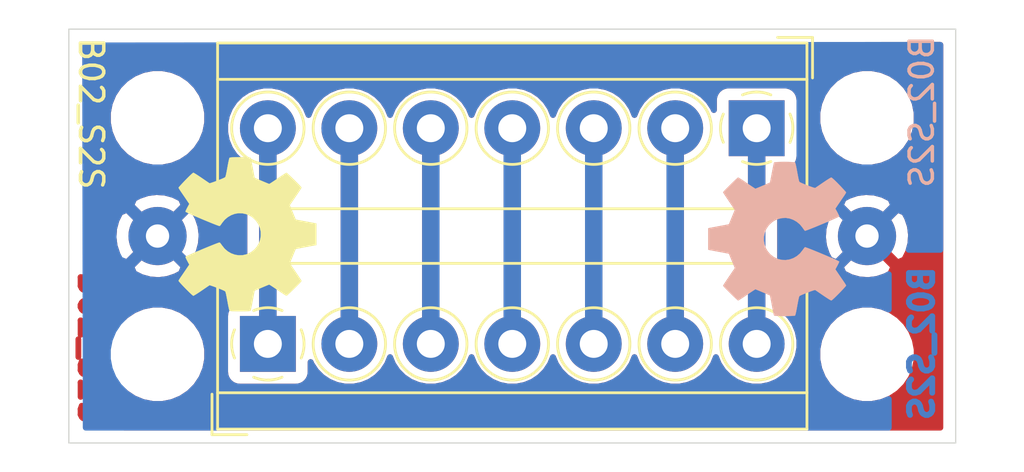
<source format=kicad_pcb>
(kicad_pcb (version 20171130) (host pcbnew 5.1.5-52549c5~86~ubuntu18.04.1)

  (general
    (thickness 1.6)
    (drawings 8)
    (tracks 16)
    (zones 0)
    (modules 10)
    (nets 9)
  )

  (page A4)
  (title_block
    (title "TUSISTEMITA TEMPLATE")
    (company Galopago)
  )

  (layers
    (0 F.Cu signal)
    (31 B.Cu signal)
    (32 B.Adhes user)
    (33 F.Adhes user)
    (34 B.Paste user)
    (35 F.Paste user)
    (36 B.SilkS user)
    (37 F.SilkS user)
    (38 B.Mask user)
    (39 F.Mask user)
    (40 Dwgs.User user)
    (41 Cmts.User user)
    (42 Eco1.User user)
    (43 Eco2.User user)
    (44 Edge.Cuts user)
    (45 Margin user)
    (46 B.CrtYd user)
    (47 F.CrtYd user)
    (48 B.Fab user)
    (49 F.Fab user)
  )

  (setup
    (last_trace_width 0.75)
    (trace_clearance 0.2)
    (zone_clearance 0.508)
    (zone_45_only no)
    (trace_min 0.2)
    (via_size 0.8)
    (via_drill 0.4)
    (via_min_size 0.4)
    (via_min_drill 0.3)
    (uvia_size 0.3)
    (uvia_drill 0.1)
    (uvias_allowed no)
    (uvia_min_size 0.2)
    (uvia_min_drill 0.1)
    (edge_width 0.05)
    (segment_width 0.2)
    (pcb_text_width 0.3)
    (pcb_text_size 1.5 1.5)
    (mod_edge_width 0.12)
    (mod_text_size 1 1)
    (mod_text_width 0.15)
    (pad_size 3 3)
    (pad_drill 3)
    (pad_to_mask_clearance 0.051)
    (solder_mask_min_width 0.25)
    (aux_axis_origin 0 0)
    (visible_elements FFFFFF7F)
    (pcbplotparams
      (layerselection 0x010f0_ffffffff)
      (usegerberextensions false)
      (usegerberattributes false)
      (usegerberadvancedattributes false)
      (creategerberjobfile false)
      (excludeedgelayer true)
      (linewidth 0.100000)
      (plotframeref false)
      (viasonmask false)
      (mode 1)
      (useauxorigin false)
      (hpglpennumber 1)
      (hpglpenspeed 20)
      (hpglpendiameter 15.000000)
      (psnegative false)
      (psa4output false)
      (plotreference true)
      (plotvalue true)
      (plotinvisibletext false)
      (padsonsilk false)
      (subtractmaskfromsilk false)
      (outputformat 1)
      (mirror false)
      (drillshape 0)
      (scaleselection 1)
      (outputdirectory "gerber/single/"))
  )

  (net 0 "")
  (net 1 "Net-(J0-Pad1)")
  (net 2 "Net-(J4-Pad7)")
  (net 3 "Net-(J4-Pad6)")
  (net 4 "Net-(J4-Pad5)")
  (net 5 "Net-(J4-Pad4)")
  (net 6 "Net-(J4-Pad3)")
  (net 7 "Net-(J4-Pad2)")
  (net 8 "Net-(J4-Pad1)")

  (net_class Default "This is the default net class."
    (clearance 0.2)
    (trace_width 0.75)
    (via_dia 0.8)
    (via_drill 0.4)
    (uvia_dia 0.3)
    (uvia_drill 0.1)
    (add_net "Net-(J0-Pad1)")
    (add_net "Net-(J4-Pad1)")
    (add_net "Net-(J4-Pad2)")
    (add_net "Net-(J4-Pad3)")
    (add_net "Net-(J4-Pad4)")
    (add_net "Net-(J4-Pad5)")
    (add_net "Net-(J4-Pad6)")
    (add_net "Net-(J4-Pad7)")
  )

  (module Symbol:OSHW-Symbol_6.7x6mm_SilkScreen (layer B.Cu) (tedit 0) (tstamp 5F553540)
    (at 50.4444 29.0068 270)
    (descr "Open Source Hardware Symbol")
    (tags "Logo Symbol OSHW")
    (attr virtual)
    (fp_text reference REF** (at 0 0 90) (layer B.SilkS) hide
      (effects (font (size 1 1) (thickness 0.15)) (justify mirror))
    )
    (fp_text value OSHW-Symbol_6.7x6mm_SilkScreen (at 0.75 0 90) (layer B.Fab) hide
      (effects (font (size 1 1) (thickness 0.15)) (justify mirror))
    )
    (fp_poly (pts (xy 0.555814 2.531069) (xy 0.639635 2.086445) (xy 0.94892 1.958947) (xy 1.258206 1.831449)
      (xy 1.629246 2.083754) (xy 1.733157 2.154004) (xy 1.827087 2.216728) (xy 1.906652 2.269062)
      (xy 1.96747 2.308143) (xy 2.005157 2.331107) (xy 2.015421 2.336058) (xy 2.03391 2.323324)
      (xy 2.07342 2.288118) (xy 2.129522 2.234938) (xy 2.197787 2.168282) (xy 2.273786 2.092646)
      (xy 2.353092 2.012528) (xy 2.431275 1.932426) (xy 2.503907 1.856836) (xy 2.566559 1.790255)
      (xy 2.614803 1.737182) (xy 2.64421 1.702113) (xy 2.651241 1.690377) (xy 2.641123 1.66874)
      (xy 2.612759 1.621338) (xy 2.569129 1.552807) (xy 2.513218 1.467785) (xy 2.448006 1.370907)
      (xy 2.410219 1.31565) (xy 2.341343 1.214752) (xy 2.28014 1.123701) (xy 2.229578 1.04703)
      (xy 2.192628 0.989272) (xy 2.172258 0.954957) (xy 2.169197 0.947746) (xy 2.176136 0.927252)
      (xy 2.195051 0.879487) (xy 2.223087 0.811168) (xy 2.257391 0.729011) (xy 2.295109 0.63973)
      (xy 2.333387 0.550042) (xy 2.36937 0.466662) (xy 2.400206 0.396306) (xy 2.423039 0.34569)
      (xy 2.435017 0.321529) (xy 2.435724 0.320578) (xy 2.454531 0.315964) (xy 2.504618 0.305672)
      (xy 2.580793 0.290713) (xy 2.677865 0.272099) (xy 2.790643 0.250841) (xy 2.856442 0.238582)
      (xy 2.97695 0.215638) (xy 3.085797 0.193805) (xy 3.177476 0.174278) (xy 3.246481 0.158252)
      (xy 3.287304 0.146921) (xy 3.295511 0.143326) (xy 3.303548 0.118994) (xy 3.310033 0.064041)
      (xy 3.31497 -0.015108) (xy 3.318364 -0.112026) (xy 3.320218 -0.220287) (xy 3.320538 -0.333465)
      (xy 3.319327 -0.445135) (xy 3.31659 -0.548868) (xy 3.312331 -0.638241) (xy 3.306555 -0.706826)
      (xy 3.299267 -0.748197) (xy 3.294895 -0.75681) (xy 3.268764 -0.767133) (xy 3.213393 -0.781892)
      (xy 3.136107 -0.799352) (xy 3.04423 -0.81778) (xy 3.012158 -0.823741) (xy 2.857524 -0.852066)
      (xy 2.735375 -0.874876) (xy 2.641673 -0.89308) (xy 2.572384 -0.907583) (xy 2.523471 -0.919292)
      (xy 2.490897 -0.929115) (xy 2.470628 -0.937956) (xy 2.458626 -0.946724) (xy 2.456947 -0.948457)
      (xy 2.440184 -0.976371) (xy 2.414614 -1.030695) (xy 2.382788 -1.104777) (xy 2.34726 -1.191965)
      (xy 2.310583 -1.285608) (xy 2.275311 -1.379052) (xy 2.243996 -1.465647) (xy 2.219193 -1.53874)
      (xy 2.203454 -1.591678) (xy 2.199332 -1.617811) (xy 2.199676 -1.618726) (xy 2.213641 -1.640086)
      (xy 2.245322 -1.687084) (xy 2.291391 -1.754827) (xy 2.348518 -1.838423) (xy 2.413373 -1.932982)
      (xy 2.431843 -1.959854) (xy 2.497699 -2.057275) (xy 2.55565 -2.146163) (xy 2.602538 -2.221412)
      (xy 2.635207 -2.27792) (xy 2.6505 -2.310581) (xy 2.651241 -2.314593) (xy 2.638392 -2.335684)
      (xy 2.602888 -2.377464) (xy 2.549293 -2.435445) (xy 2.482171 -2.505135) (xy 2.406087 -2.582045)
      (xy 2.325604 -2.661683) (xy 2.245287 -2.739561) (xy 2.169699 -2.811186) (xy 2.103405 -2.87207)
      (xy 2.050969 -2.917721) (xy 2.016955 -2.94365) (xy 2.007545 -2.947883) (xy 1.985643 -2.937912)
      (xy 1.9408 -2.91102) (xy 1.880321 -2.871736) (xy 1.833789 -2.840117) (xy 1.749475 -2.782098)
      (xy 1.649626 -2.713784) (xy 1.549473 -2.645579) (xy 1.495627 -2.609075) (xy 1.313371 -2.4858)
      (xy 1.160381 -2.56852) (xy 1.090682 -2.604759) (xy 1.031414 -2.632926) (xy 0.991311 -2.648991)
      (xy 0.981103 -2.651226) (xy 0.968829 -2.634722) (xy 0.944613 -2.588082) (xy 0.910263 -2.515609)
      (xy 0.867588 -2.421606) (xy 0.818394 -2.310374) (xy 0.76449 -2.186215) (xy 0.707684 -2.053432)
      (xy 0.649782 -1.916327) (xy 0.592593 -1.779202) (xy 0.537924 -1.646358) (xy 0.487584 -1.522098)
      (xy 0.44338 -1.410725) (xy 0.407119 -1.316539) (xy 0.380609 -1.243844) (xy 0.365658 -1.196941)
      (xy 0.363254 -1.180833) (xy 0.382311 -1.160286) (xy 0.424036 -1.126933) (xy 0.479706 -1.087702)
      (xy 0.484378 -1.084599) (xy 0.628264 -0.969423) (xy 0.744283 -0.835053) (xy 0.83143 -0.685784)
      (xy 0.888699 -0.525913) (xy 0.915086 -0.359737) (xy 0.909585 -0.191552) (xy 0.87119 -0.025655)
      (xy 0.798895 0.133658) (xy 0.777626 0.168513) (xy 0.666996 0.309263) (xy 0.536302 0.422286)
      (xy 0.390064 0.506997) (xy 0.232808 0.562806) (xy 0.069057 0.589126) (xy -0.096667 0.58537)
      (xy -0.259838 0.55095) (xy -0.415935 0.485277) (xy -0.560433 0.387765) (xy -0.605131 0.348187)
      (xy -0.718888 0.224297) (xy -0.801782 0.093876) (xy -0.858644 -0.052315) (xy -0.890313 -0.197088)
      (xy -0.898131 -0.35986) (xy -0.872062 -0.52344) (xy -0.814755 -0.682298) (xy -0.728856 -0.830906)
      (xy -0.617014 -0.963735) (xy -0.481877 -1.075256) (xy -0.464117 -1.087011) (xy -0.40785 -1.125508)
      (xy -0.365077 -1.158863) (xy -0.344628 -1.18016) (xy -0.344331 -1.180833) (xy -0.348721 -1.203871)
      (xy -0.366124 -1.256157) (xy -0.394732 -1.33339) (xy -0.432735 -1.431268) (xy -0.478326 -1.545491)
      (xy -0.529697 -1.671758) (xy -0.585038 -1.805767) (xy -0.642542 -1.943218) (xy -0.700399 -2.079808)
      (xy -0.756802 -2.211237) (xy -0.809942 -2.333205) (xy -0.85801 -2.441409) (xy -0.899199 -2.531549)
      (xy -0.931699 -2.599323) (xy -0.953703 -2.64043) (xy -0.962564 -2.651226) (xy -0.98964 -2.642819)
      (xy -1.040303 -2.620272) (xy -1.105817 -2.587613) (xy -1.141841 -2.56852) (xy -1.294832 -2.4858)
      (xy -1.477088 -2.609075) (xy -1.570125 -2.672228) (xy -1.671985 -2.741727) (xy -1.767438 -2.807165)
      (xy -1.81525 -2.840117) (xy -1.882495 -2.885273) (xy -1.939436 -2.921057) (xy -1.978646 -2.942938)
      (xy -1.991381 -2.947563) (xy -2.009917 -2.935085) (xy -2.050941 -2.900252) (xy -2.110475 -2.846678)
      (xy -2.184542 -2.777983) (xy -2.269165 -2.697781) (xy -2.322685 -2.646286) (xy -2.416319 -2.554286)
      (xy -2.497241 -2.471999) (xy -2.562177 -2.402945) (xy -2.607858 -2.350644) (xy -2.631011 -2.318616)
      (xy -2.633232 -2.312116) (xy -2.622924 -2.287394) (xy -2.594439 -2.237405) (xy -2.550937 -2.167212)
      (xy -2.495577 -2.081875) (xy -2.43152 -1.986456) (xy -2.413303 -1.959854) (xy -2.346927 -1.863167)
      (xy -2.287378 -1.776117) (xy -2.237984 -1.703595) (xy -2.202075 -1.650493) (xy -2.182981 -1.621703)
      (xy -2.181136 -1.618726) (xy -2.183895 -1.595782) (xy -2.198538 -1.545336) (xy -2.222513 -1.474041)
      (xy -2.253266 -1.388547) (xy -2.288244 -1.295507) (xy -2.324893 -1.201574) (xy -2.360661 -1.113399)
      (xy -2.392994 -1.037634) (xy -2.419338 -0.980931) (xy -2.437142 -0.949943) (xy -2.438407 -0.948457)
      (xy -2.449294 -0.939601) (xy -2.467682 -0.930843) (xy -2.497606 -0.921277) (xy -2.543103 -0.909996)
      (xy -2.608209 -0.896093) (xy -2.696961 -0.878663) (xy -2.813393 -0.856798) (xy -2.961542 -0.829591)
      (xy -2.993618 -0.823741) (xy -3.088686 -0.805374) (xy -3.171565 -0.787405) (xy -3.23493 -0.771569)
      (xy -3.271458 -0.7596) (xy -3.276356 -0.75681) (xy -3.284427 -0.732072) (xy -3.290987 -0.67679)
      (xy -3.296033 -0.597389) (xy -3.299559 -0.500296) (xy -3.301561 -0.391938) (xy -3.302036 -0.27874)
      (xy -3.300977 -0.167128) (xy -3.298382 -0.063529) (xy -3.294246 0.025632) (xy -3.288563 0.093928)
      (xy -3.281331 0.134934) (xy -3.276971 0.143326) (xy -3.252698 0.151792) (xy -3.197426 0.165565)
      (xy -3.116662 0.18345) (xy -3.015912 0.204252) (xy -2.900683 0.226777) (xy -2.837902 0.238582)
      (xy -2.718787 0.260849) (xy -2.612565 0.281021) (xy -2.524427 0.298085) (xy -2.459566 0.311031)
      (xy -2.423174 0.318845) (xy -2.417184 0.320578) (xy -2.407061 0.34011) (xy -2.385662 0.387157)
      (xy -2.355839 0.454997) (xy -2.320445 0.536909) (xy -2.282332 0.626172) (xy -2.244353 0.716065)
      (xy -2.20936 0.799865) (xy -2.180206 0.870853) (xy -2.159743 0.922306) (xy -2.150823 0.947503)
      (xy -2.150657 0.948604) (xy -2.160769 0.968481) (xy -2.189117 1.014223) (xy -2.232723 1.081283)
      (xy -2.288606 1.165116) (xy -2.353787 1.261174) (xy -2.391679 1.31635) (xy -2.460725 1.417519)
      (xy -2.52205 1.50937) (xy -2.572663 1.587256) (xy -2.609571 1.646531) (xy -2.629782 1.682549)
      (xy -2.632701 1.690623) (xy -2.620153 1.709416) (xy -2.585463 1.749543) (xy -2.533063 1.806507)
      (xy -2.467384 1.875815) (xy -2.392856 1.952969) (xy -2.313913 2.033475) (xy -2.234983 2.112837)
      (xy -2.1605 2.18656) (xy -2.094894 2.250148) (xy -2.042596 2.299106) (xy -2.008039 2.328939)
      (xy -1.996478 2.336058) (xy -1.977654 2.326047) (xy -1.932631 2.297922) (xy -1.865787 2.254546)
      (xy -1.781499 2.198782) (xy -1.684144 2.133494) (xy -1.610707 2.083754) (xy -1.239667 1.831449)
      (xy -0.621095 2.086445) (xy -0.537275 2.531069) (xy -0.453454 2.975693) (xy 0.471994 2.975693)
      (xy 0.555814 2.531069)) (layer B.SilkS) (width 0.01))
  )

  (module Symbol:OSHW-Symbol_6.7x6mm_SilkScreen (layer F.Cu) (tedit 0) (tstamp 5F55353A)
    (at 27.6606 28.8036 270)
    (descr "Open Source Hardware Symbol")
    (tags "Logo Symbol OSHW")
    (attr virtual)
    (fp_text reference REF** (at 0 0 90) (layer F.SilkS) hide
      (effects (font (size 1 1) (thickness 0.15)))
    )
    (fp_text value OSHW-Symbol_6.7x6mm_SilkScreen (at 0.75 0 90) (layer F.Fab) hide
      (effects (font (size 1 1) (thickness 0.15)))
    )
    (fp_poly (pts (xy 0.555814 -2.531069) (xy 0.639635 -2.086445) (xy 0.94892 -1.958947) (xy 1.258206 -1.831449)
      (xy 1.629246 -2.083754) (xy 1.733157 -2.154004) (xy 1.827087 -2.216728) (xy 1.906652 -2.269062)
      (xy 1.96747 -2.308143) (xy 2.005157 -2.331107) (xy 2.015421 -2.336058) (xy 2.03391 -2.323324)
      (xy 2.07342 -2.288118) (xy 2.129522 -2.234938) (xy 2.197787 -2.168282) (xy 2.273786 -2.092646)
      (xy 2.353092 -2.012528) (xy 2.431275 -1.932426) (xy 2.503907 -1.856836) (xy 2.566559 -1.790255)
      (xy 2.614803 -1.737182) (xy 2.64421 -1.702113) (xy 2.651241 -1.690377) (xy 2.641123 -1.66874)
      (xy 2.612759 -1.621338) (xy 2.569129 -1.552807) (xy 2.513218 -1.467785) (xy 2.448006 -1.370907)
      (xy 2.410219 -1.31565) (xy 2.341343 -1.214752) (xy 2.28014 -1.123701) (xy 2.229578 -1.04703)
      (xy 2.192628 -0.989272) (xy 2.172258 -0.954957) (xy 2.169197 -0.947746) (xy 2.176136 -0.927252)
      (xy 2.195051 -0.879487) (xy 2.223087 -0.811168) (xy 2.257391 -0.729011) (xy 2.295109 -0.63973)
      (xy 2.333387 -0.550042) (xy 2.36937 -0.466662) (xy 2.400206 -0.396306) (xy 2.423039 -0.34569)
      (xy 2.435017 -0.321529) (xy 2.435724 -0.320578) (xy 2.454531 -0.315964) (xy 2.504618 -0.305672)
      (xy 2.580793 -0.290713) (xy 2.677865 -0.272099) (xy 2.790643 -0.250841) (xy 2.856442 -0.238582)
      (xy 2.97695 -0.215638) (xy 3.085797 -0.193805) (xy 3.177476 -0.174278) (xy 3.246481 -0.158252)
      (xy 3.287304 -0.146921) (xy 3.295511 -0.143326) (xy 3.303548 -0.118994) (xy 3.310033 -0.064041)
      (xy 3.31497 0.015108) (xy 3.318364 0.112026) (xy 3.320218 0.220287) (xy 3.320538 0.333465)
      (xy 3.319327 0.445135) (xy 3.31659 0.548868) (xy 3.312331 0.638241) (xy 3.306555 0.706826)
      (xy 3.299267 0.748197) (xy 3.294895 0.75681) (xy 3.268764 0.767133) (xy 3.213393 0.781892)
      (xy 3.136107 0.799352) (xy 3.04423 0.81778) (xy 3.012158 0.823741) (xy 2.857524 0.852066)
      (xy 2.735375 0.874876) (xy 2.641673 0.89308) (xy 2.572384 0.907583) (xy 2.523471 0.919292)
      (xy 2.490897 0.929115) (xy 2.470628 0.937956) (xy 2.458626 0.946724) (xy 2.456947 0.948457)
      (xy 2.440184 0.976371) (xy 2.414614 1.030695) (xy 2.382788 1.104777) (xy 2.34726 1.191965)
      (xy 2.310583 1.285608) (xy 2.275311 1.379052) (xy 2.243996 1.465647) (xy 2.219193 1.53874)
      (xy 2.203454 1.591678) (xy 2.199332 1.617811) (xy 2.199676 1.618726) (xy 2.213641 1.640086)
      (xy 2.245322 1.687084) (xy 2.291391 1.754827) (xy 2.348518 1.838423) (xy 2.413373 1.932982)
      (xy 2.431843 1.959854) (xy 2.497699 2.057275) (xy 2.55565 2.146163) (xy 2.602538 2.221412)
      (xy 2.635207 2.27792) (xy 2.6505 2.310581) (xy 2.651241 2.314593) (xy 2.638392 2.335684)
      (xy 2.602888 2.377464) (xy 2.549293 2.435445) (xy 2.482171 2.505135) (xy 2.406087 2.582045)
      (xy 2.325604 2.661683) (xy 2.245287 2.739561) (xy 2.169699 2.811186) (xy 2.103405 2.87207)
      (xy 2.050969 2.917721) (xy 2.016955 2.94365) (xy 2.007545 2.947883) (xy 1.985643 2.937912)
      (xy 1.9408 2.91102) (xy 1.880321 2.871736) (xy 1.833789 2.840117) (xy 1.749475 2.782098)
      (xy 1.649626 2.713784) (xy 1.549473 2.645579) (xy 1.495627 2.609075) (xy 1.313371 2.4858)
      (xy 1.160381 2.56852) (xy 1.090682 2.604759) (xy 1.031414 2.632926) (xy 0.991311 2.648991)
      (xy 0.981103 2.651226) (xy 0.968829 2.634722) (xy 0.944613 2.588082) (xy 0.910263 2.515609)
      (xy 0.867588 2.421606) (xy 0.818394 2.310374) (xy 0.76449 2.186215) (xy 0.707684 2.053432)
      (xy 0.649782 1.916327) (xy 0.592593 1.779202) (xy 0.537924 1.646358) (xy 0.487584 1.522098)
      (xy 0.44338 1.410725) (xy 0.407119 1.316539) (xy 0.380609 1.243844) (xy 0.365658 1.196941)
      (xy 0.363254 1.180833) (xy 0.382311 1.160286) (xy 0.424036 1.126933) (xy 0.479706 1.087702)
      (xy 0.484378 1.084599) (xy 0.628264 0.969423) (xy 0.744283 0.835053) (xy 0.83143 0.685784)
      (xy 0.888699 0.525913) (xy 0.915086 0.359737) (xy 0.909585 0.191552) (xy 0.87119 0.025655)
      (xy 0.798895 -0.133658) (xy 0.777626 -0.168513) (xy 0.666996 -0.309263) (xy 0.536302 -0.422286)
      (xy 0.390064 -0.506997) (xy 0.232808 -0.562806) (xy 0.069057 -0.589126) (xy -0.096667 -0.58537)
      (xy -0.259838 -0.55095) (xy -0.415935 -0.485277) (xy -0.560433 -0.387765) (xy -0.605131 -0.348187)
      (xy -0.718888 -0.224297) (xy -0.801782 -0.093876) (xy -0.858644 0.052315) (xy -0.890313 0.197088)
      (xy -0.898131 0.35986) (xy -0.872062 0.52344) (xy -0.814755 0.682298) (xy -0.728856 0.830906)
      (xy -0.617014 0.963735) (xy -0.481877 1.075256) (xy -0.464117 1.087011) (xy -0.40785 1.125508)
      (xy -0.365077 1.158863) (xy -0.344628 1.18016) (xy -0.344331 1.180833) (xy -0.348721 1.203871)
      (xy -0.366124 1.256157) (xy -0.394732 1.33339) (xy -0.432735 1.431268) (xy -0.478326 1.545491)
      (xy -0.529697 1.671758) (xy -0.585038 1.805767) (xy -0.642542 1.943218) (xy -0.700399 2.079808)
      (xy -0.756802 2.211237) (xy -0.809942 2.333205) (xy -0.85801 2.441409) (xy -0.899199 2.531549)
      (xy -0.931699 2.599323) (xy -0.953703 2.64043) (xy -0.962564 2.651226) (xy -0.98964 2.642819)
      (xy -1.040303 2.620272) (xy -1.105817 2.587613) (xy -1.141841 2.56852) (xy -1.294832 2.4858)
      (xy -1.477088 2.609075) (xy -1.570125 2.672228) (xy -1.671985 2.741727) (xy -1.767438 2.807165)
      (xy -1.81525 2.840117) (xy -1.882495 2.885273) (xy -1.939436 2.921057) (xy -1.978646 2.942938)
      (xy -1.991381 2.947563) (xy -2.009917 2.935085) (xy -2.050941 2.900252) (xy -2.110475 2.846678)
      (xy -2.184542 2.777983) (xy -2.269165 2.697781) (xy -2.322685 2.646286) (xy -2.416319 2.554286)
      (xy -2.497241 2.471999) (xy -2.562177 2.402945) (xy -2.607858 2.350644) (xy -2.631011 2.318616)
      (xy -2.633232 2.312116) (xy -2.622924 2.287394) (xy -2.594439 2.237405) (xy -2.550937 2.167212)
      (xy -2.495577 2.081875) (xy -2.43152 1.986456) (xy -2.413303 1.959854) (xy -2.346927 1.863167)
      (xy -2.287378 1.776117) (xy -2.237984 1.703595) (xy -2.202075 1.650493) (xy -2.182981 1.621703)
      (xy -2.181136 1.618726) (xy -2.183895 1.595782) (xy -2.198538 1.545336) (xy -2.222513 1.474041)
      (xy -2.253266 1.388547) (xy -2.288244 1.295507) (xy -2.324893 1.201574) (xy -2.360661 1.113399)
      (xy -2.392994 1.037634) (xy -2.419338 0.980931) (xy -2.437142 0.949943) (xy -2.438407 0.948457)
      (xy -2.449294 0.939601) (xy -2.467682 0.930843) (xy -2.497606 0.921277) (xy -2.543103 0.909996)
      (xy -2.608209 0.896093) (xy -2.696961 0.878663) (xy -2.813393 0.856798) (xy -2.961542 0.829591)
      (xy -2.993618 0.823741) (xy -3.088686 0.805374) (xy -3.171565 0.787405) (xy -3.23493 0.771569)
      (xy -3.271458 0.7596) (xy -3.276356 0.75681) (xy -3.284427 0.732072) (xy -3.290987 0.67679)
      (xy -3.296033 0.597389) (xy -3.299559 0.500296) (xy -3.301561 0.391938) (xy -3.302036 0.27874)
      (xy -3.300977 0.167128) (xy -3.298382 0.063529) (xy -3.294246 -0.025632) (xy -3.288563 -0.093928)
      (xy -3.281331 -0.134934) (xy -3.276971 -0.143326) (xy -3.252698 -0.151792) (xy -3.197426 -0.165565)
      (xy -3.116662 -0.18345) (xy -3.015912 -0.204252) (xy -2.900683 -0.226777) (xy -2.837902 -0.238582)
      (xy -2.718787 -0.260849) (xy -2.612565 -0.281021) (xy -2.524427 -0.298085) (xy -2.459566 -0.311031)
      (xy -2.423174 -0.318845) (xy -2.417184 -0.320578) (xy -2.407061 -0.34011) (xy -2.385662 -0.387157)
      (xy -2.355839 -0.454997) (xy -2.320445 -0.536909) (xy -2.282332 -0.626172) (xy -2.244353 -0.716065)
      (xy -2.20936 -0.799865) (xy -2.180206 -0.870853) (xy -2.159743 -0.922306) (xy -2.150823 -0.947503)
      (xy -2.150657 -0.948604) (xy -2.160769 -0.968481) (xy -2.189117 -1.014223) (xy -2.232723 -1.081283)
      (xy -2.288606 -1.165116) (xy -2.353787 -1.261174) (xy -2.391679 -1.31635) (xy -2.460725 -1.417519)
      (xy -2.52205 -1.50937) (xy -2.572663 -1.587256) (xy -2.609571 -1.646531) (xy -2.629782 -1.682549)
      (xy -2.632701 -1.690623) (xy -2.620153 -1.709416) (xy -2.585463 -1.749543) (xy -2.533063 -1.806507)
      (xy -2.467384 -1.875815) (xy -2.392856 -1.952969) (xy -2.313913 -2.033475) (xy -2.234983 -2.112837)
      (xy -2.1605 -2.18656) (xy -2.094894 -2.250148) (xy -2.042596 -2.299106) (xy -2.008039 -2.328939)
      (xy -1.996478 -2.336058) (xy -1.977654 -2.326047) (xy -1.932631 -2.297922) (xy -1.865787 -2.254546)
      (xy -1.781499 -2.198782) (xy -1.684144 -2.133494) (xy -1.610707 -2.083754) (xy -1.239667 -1.831449)
      (xy -0.621095 -2.086445) (xy -0.537275 -2.531069) (xy -0.453454 -2.975693) (xy 0.471994 -2.975693)
      (xy 0.555814 -2.531069)) (layer F.SilkS) (width 0.01))
  )

  (module TerminalBlock_4Ucon:TerminalBlock_4Ucon_1x07_P3.50mm_Horizontal (layer F.Cu) (tedit 5B294E93) (tstamp 5F543ADC)
    (at 28.55 33.523)
    (descr "Terminal Block 4Ucon ItemNo. 10684, 7 pins, pitch 3.5mm, size 25.2x7mm^2, drill diamater 1.2mm, pad diameter 2.4mm, see http://www.4uconnector.com/online/object/4udrawing/10684.pdf, script-generated using https://github.com/pointhi/kicad-footprint-generator/scripts/TerminalBlock_4Ucon")
    (tags "THT Terminal Block 4Ucon ItemNo. 10684 pitch 3.5mm size 25.2x7mm^2 drill 1.2mm pad 2.4mm")
    (path /5F55BD45)
    (fp_text reference J5 (at 10.5 -4.46) (layer F.SilkS) hide
      (effects (font (size 1 1) (thickness 0.15)))
    )
    (fp_text value Conn_01x07_Female (at 10.5 4.66) (layer F.Fab)
      (effects (font (size 1 1) (thickness 0.15)))
    )
    (fp_text user %R (at 10.5 2.9) (layer F.Fab)
      (effects (font (size 1 1) (thickness 0.15)))
    )
    (fp_line (start 23.6 -3.9) (end -2.6 -3.9) (layer F.CrtYd) (width 0.05))
    (fp_line (start 23.6 4.1) (end 23.6 -3.9) (layer F.CrtYd) (width 0.05))
    (fp_line (start -2.6 4.1) (end 23.6 4.1) (layer F.CrtYd) (width 0.05))
    (fp_line (start -2.6 -3.9) (end -2.6 4.1) (layer F.CrtYd) (width 0.05))
    (fp_line (start -2.4 3.9) (end -0.9 3.9) (layer F.SilkS) (width 0.12))
    (fp_line (start -2.4 2.16) (end -2.4 3.9) (layer F.SilkS) (width 0.12))
    (fp_line (start 19.9 0.069) (end 19.9 -0.069) (layer F.Fab) (width 0.1))
    (fp_line (start 20.931 0.069) (end 19.9 0.069) (layer F.Fab) (width 0.1))
    (fp_line (start 20.931 1.1) (end 20.931 0.069) (layer F.Fab) (width 0.1))
    (fp_line (start 21.069 1.1) (end 20.931 1.1) (layer F.Fab) (width 0.1))
    (fp_line (start 21.069 0.069) (end 21.069 1.1) (layer F.Fab) (width 0.1))
    (fp_line (start 22.1 0.069) (end 21.069 0.069) (layer F.Fab) (width 0.1))
    (fp_line (start 22.1 -0.069) (end 22.1 0.069) (layer F.Fab) (width 0.1))
    (fp_line (start 21.069 -0.069) (end 22.1 -0.069) (layer F.Fab) (width 0.1))
    (fp_line (start 21.069 -1.1) (end 21.069 -0.069) (layer F.Fab) (width 0.1))
    (fp_line (start 20.931 -1.1) (end 21.069 -1.1) (layer F.Fab) (width 0.1))
    (fp_line (start 20.931 -0.069) (end 20.931 -1.1) (layer F.Fab) (width 0.1))
    (fp_line (start 19.9 -0.069) (end 20.931 -0.069) (layer F.Fab) (width 0.1))
    (fp_line (start 16.4 0.069) (end 16.4 -0.069) (layer F.Fab) (width 0.1))
    (fp_line (start 17.431 0.069) (end 16.4 0.069) (layer F.Fab) (width 0.1))
    (fp_line (start 17.431 1.1) (end 17.431 0.069) (layer F.Fab) (width 0.1))
    (fp_line (start 17.569 1.1) (end 17.431 1.1) (layer F.Fab) (width 0.1))
    (fp_line (start 17.569 0.069) (end 17.569 1.1) (layer F.Fab) (width 0.1))
    (fp_line (start 18.6 0.069) (end 17.569 0.069) (layer F.Fab) (width 0.1))
    (fp_line (start 18.6 -0.069) (end 18.6 0.069) (layer F.Fab) (width 0.1))
    (fp_line (start 17.569 -0.069) (end 18.6 -0.069) (layer F.Fab) (width 0.1))
    (fp_line (start 17.569 -1.1) (end 17.569 -0.069) (layer F.Fab) (width 0.1))
    (fp_line (start 17.431 -1.1) (end 17.569 -1.1) (layer F.Fab) (width 0.1))
    (fp_line (start 17.431 -0.069) (end 17.431 -1.1) (layer F.Fab) (width 0.1))
    (fp_line (start 16.4 -0.069) (end 17.431 -0.069) (layer F.Fab) (width 0.1))
    (fp_line (start 12.9 0.069) (end 12.9 -0.069) (layer F.Fab) (width 0.1))
    (fp_line (start 13.931 0.069) (end 12.9 0.069) (layer F.Fab) (width 0.1))
    (fp_line (start 13.931 1.1) (end 13.931 0.069) (layer F.Fab) (width 0.1))
    (fp_line (start 14.069 1.1) (end 13.931 1.1) (layer F.Fab) (width 0.1))
    (fp_line (start 14.069 0.069) (end 14.069 1.1) (layer F.Fab) (width 0.1))
    (fp_line (start 15.1 0.069) (end 14.069 0.069) (layer F.Fab) (width 0.1))
    (fp_line (start 15.1 -0.069) (end 15.1 0.069) (layer F.Fab) (width 0.1))
    (fp_line (start 14.069 -0.069) (end 15.1 -0.069) (layer F.Fab) (width 0.1))
    (fp_line (start 14.069 -1.1) (end 14.069 -0.069) (layer F.Fab) (width 0.1))
    (fp_line (start 13.931 -1.1) (end 14.069 -1.1) (layer F.Fab) (width 0.1))
    (fp_line (start 13.931 -0.069) (end 13.931 -1.1) (layer F.Fab) (width 0.1))
    (fp_line (start 12.9 -0.069) (end 13.931 -0.069) (layer F.Fab) (width 0.1))
    (fp_line (start 9.4 0.069) (end 9.4 -0.069) (layer F.Fab) (width 0.1))
    (fp_line (start 10.431 0.069) (end 9.4 0.069) (layer F.Fab) (width 0.1))
    (fp_line (start 10.431 1.1) (end 10.431 0.069) (layer F.Fab) (width 0.1))
    (fp_line (start 10.569 1.1) (end 10.431 1.1) (layer F.Fab) (width 0.1))
    (fp_line (start 10.569 0.069) (end 10.569 1.1) (layer F.Fab) (width 0.1))
    (fp_line (start 11.6 0.069) (end 10.569 0.069) (layer F.Fab) (width 0.1))
    (fp_line (start 11.6 -0.069) (end 11.6 0.069) (layer F.Fab) (width 0.1))
    (fp_line (start 10.569 -0.069) (end 11.6 -0.069) (layer F.Fab) (width 0.1))
    (fp_line (start 10.569 -1.1) (end 10.569 -0.069) (layer F.Fab) (width 0.1))
    (fp_line (start 10.431 -1.1) (end 10.569 -1.1) (layer F.Fab) (width 0.1))
    (fp_line (start 10.431 -0.069) (end 10.431 -1.1) (layer F.Fab) (width 0.1))
    (fp_line (start 9.4 -0.069) (end 10.431 -0.069) (layer F.Fab) (width 0.1))
    (fp_line (start 5.9 0.069) (end 5.9 -0.069) (layer F.Fab) (width 0.1))
    (fp_line (start 6.931 0.069) (end 5.9 0.069) (layer F.Fab) (width 0.1))
    (fp_line (start 6.931 1.1) (end 6.931 0.069) (layer F.Fab) (width 0.1))
    (fp_line (start 7.069 1.1) (end 6.931 1.1) (layer F.Fab) (width 0.1))
    (fp_line (start 7.069 0.069) (end 7.069 1.1) (layer F.Fab) (width 0.1))
    (fp_line (start 8.1 0.069) (end 7.069 0.069) (layer F.Fab) (width 0.1))
    (fp_line (start 8.1 -0.069) (end 8.1 0.069) (layer F.Fab) (width 0.1))
    (fp_line (start 7.069 -0.069) (end 8.1 -0.069) (layer F.Fab) (width 0.1))
    (fp_line (start 7.069 -1.1) (end 7.069 -0.069) (layer F.Fab) (width 0.1))
    (fp_line (start 6.931 -1.1) (end 7.069 -1.1) (layer F.Fab) (width 0.1))
    (fp_line (start 6.931 -0.069) (end 6.931 -1.1) (layer F.Fab) (width 0.1))
    (fp_line (start 5.9 -0.069) (end 6.931 -0.069) (layer F.Fab) (width 0.1))
    (fp_line (start 2.4 0.069) (end 2.4 -0.069) (layer F.Fab) (width 0.1))
    (fp_line (start 3.431 0.069) (end 2.4 0.069) (layer F.Fab) (width 0.1))
    (fp_line (start 3.431 1.1) (end 3.431 0.069) (layer F.Fab) (width 0.1))
    (fp_line (start 3.569 1.1) (end 3.431 1.1) (layer F.Fab) (width 0.1))
    (fp_line (start 3.569 0.069) (end 3.569 1.1) (layer F.Fab) (width 0.1))
    (fp_line (start 4.6 0.069) (end 3.569 0.069) (layer F.Fab) (width 0.1))
    (fp_line (start 4.6 -0.069) (end 4.6 0.069) (layer F.Fab) (width 0.1))
    (fp_line (start 3.569 -0.069) (end 4.6 -0.069) (layer F.Fab) (width 0.1))
    (fp_line (start 3.569 -1.1) (end 3.569 -0.069) (layer F.Fab) (width 0.1))
    (fp_line (start 3.431 -1.1) (end 3.569 -1.1) (layer F.Fab) (width 0.1))
    (fp_line (start 3.431 -0.069) (end 3.431 -1.1) (layer F.Fab) (width 0.1))
    (fp_line (start 2.4 -0.069) (end 3.431 -0.069) (layer F.Fab) (width 0.1))
    (fp_line (start -1.1 0.069) (end -1.1 -0.069) (layer F.Fab) (width 0.1))
    (fp_line (start -0.069 0.069) (end -1.1 0.069) (layer F.Fab) (width 0.1))
    (fp_line (start -0.069 1.1) (end -0.069 0.069) (layer F.Fab) (width 0.1))
    (fp_line (start 0.069 1.1) (end -0.069 1.1) (layer F.Fab) (width 0.1))
    (fp_line (start 0.069 0.069) (end 0.069 1.1) (layer F.Fab) (width 0.1))
    (fp_line (start 1.1 0.069) (end 0.069 0.069) (layer F.Fab) (width 0.1))
    (fp_line (start 1.1 -0.069) (end 1.1 0.069) (layer F.Fab) (width 0.1))
    (fp_line (start 0.069 -0.069) (end 1.1 -0.069) (layer F.Fab) (width 0.1))
    (fp_line (start 0.069 -1.1) (end 0.069 -0.069) (layer F.Fab) (width 0.1))
    (fp_line (start -0.069 -1.1) (end 0.069 -1.1) (layer F.Fab) (width 0.1))
    (fp_line (start -0.069 -0.069) (end -0.069 -1.1) (layer F.Fab) (width 0.1))
    (fp_line (start -1.1 -0.069) (end -0.069 -0.069) (layer F.Fab) (width 0.1))
    (fp_line (start 23.16 -3.46) (end 23.16 3.66) (layer F.SilkS) (width 0.12))
    (fp_line (start -2.16 -3.46) (end -2.16 3.66) (layer F.SilkS) (width 0.12))
    (fp_line (start -2.16 3.66) (end 23.16 3.66) (layer F.SilkS) (width 0.12))
    (fp_line (start -2.16 -3.46) (end 23.16 -3.46) (layer F.SilkS) (width 0.12))
    (fp_line (start -2.16 2.1) (end 23.16 2.1) (layer F.SilkS) (width 0.12))
    (fp_line (start -2.1 2.1) (end 23.1 2.1) (layer F.Fab) (width 0.1))
    (fp_line (start -2.1 2.1) (end -2.1 -3.4) (layer F.Fab) (width 0.1))
    (fp_line (start -0.6 3.6) (end -2.1 2.1) (layer F.Fab) (width 0.1))
    (fp_line (start 23.1 3.6) (end -0.6 3.6) (layer F.Fab) (width 0.1))
    (fp_line (start 23.1 -3.4) (end 23.1 3.6) (layer F.Fab) (width 0.1))
    (fp_line (start -2.1 -3.4) (end 23.1 -3.4) (layer F.Fab) (width 0.1))
    (fp_circle (center 21 0) (end 22.555 0) (layer F.SilkS) (width 0.12))
    (fp_circle (center 21 0) (end 22.375 0) (layer F.Fab) (width 0.1))
    (fp_circle (center 17.5 0) (end 19.055 0) (layer F.SilkS) (width 0.12))
    (fp_circle (center 17.5 0) (end 18.875 0) (layer F.Fab) (width 0.1))
    (fp_circle (center 14 0) (end 15.555 0) (layer F.SilkS) (width 0.12))
    (fp_circle (center 14 0) (end 15.375 0) (layer F.Fab) (width 0.1))
    (fp_circle (center 10.5 0) (end 12.055 0) (layer F.SilkS) (width 0.12))
    (fp_circle (center 10.5 0) (end 11.875 0) (layer F.Fab) (width 0.1))
    (fp_circle (center 7 0) (end 8.555 0) (layer F.SilkS) (width 0.12))
    (fp_circle (center 7 0) (end 8.375 0) (layer F.Fab) (width 0.1))
    (fp_circle (center 3.5 0) (end 5.055 0) (layer F.SilkS) (width 0.12))
    (fp_circle (center 3.5 0) (end 4.875 0) (layer F.Fab) (width 0.1))
    (fp_circle (center 0 0) (end 1.375 0) (layer F.Fab) (width 0.1))
    (fp_arc (start 0 0) (end -0.608 1.432) (angle -24) (layer F.SilkS) (width 0.12))
    (fp_arc (start 0 0) (end -1.432 -0.608) (angle -46) (layer F.SilkS) (width 0.12))
    (fp_arc (start 0 0) (end 0.608 -1.432) (angle -46) (layer F.SilkS) (width 0.12))
    (fp_arc (start 0 0) (end 1.432 0.608) (angle -46) (layer F.SilkS) (width 0.12))
    (fp_arc (start 0 0) (end 0 1.555) (angle -23) (layer F.SilkS) (width 0.12))
    (pad 7 thru_hole circle (at 21 0) (size 2.4 2.4) (drill 1.2) (layers *.Cu *.Mask)
      (net 8 "Net-(J4-Pad1)"))
    (pad 6 thru_hole circle (at 17.5 0) (size 2.4 2.4) (drill 1.2) (layers *.Cu *.Mask)
      (net 7 "Net-(J4-Pad2)"))
    (pad 5 thru_hole circle (at 14 0) (size 2.4 2.4) (drill 1.2) (layers *.Cu *.Mask)
      (net 6 "Net-(J4-Pad3)"))
    (pad 4 thru_hole circle (at 10.5 0) (size 2.4 2.4) (drill 1.2) (layers *.Cu *.Mask)
      (net 5 "Net-(J4-Pad4)"))
    (pad 3 thru_hole circle (at 7 0) (size 2.4 2.4) (drill 1.2) (layers *.Cu *.Mask)
      (net 4 "Net-(J4-Pad5)"))
    (pad 2 thru_hole circle (at 3.5 0) (size 2.4 2.4) (drill 1.2) (layers *.Cu *.Mask)
      (net 3 "Net-(J4-Pad6)"))
    (pad 1 thru_hole rect (at 0 0) (size 2.4 2.4) (drill 1.2) (layers *.Cu *.Mask)
      (net 2 "Net-(J4-Pad7)"))
    (model ${KISYS3DMOD}/TerminalBlock_4Ucon.3dshapes/TerminalBlock_4Ucon_1x07_P3.50mm_Horizontal.wrl
      (at (xyz 0 0 0))
      (scale (xyz 1 1 1))
      (rotate (xyz 0 0 0))
    )
  )

  (module TerminalBlock_4Ucon:TerminalBlock_4Ucon_1x07_P3.50mm_Horizontal (layer F.Cu) (tedit 5B294E93) (tstamp 5F543A59)
    (at 49.55 24.257 180)
    (descr "Terminal Block 4Ucon ItemNo. 10684, 7 pins, pitch 3.5mm, size 25.2x7mm^2, drill diamater 1.2mm, pad diameter 2.4mm, see http://www.4uconnector.com/online/object/4udrawing/10684.pdf, script-generated using https://github.com/pointhi/kicad-footprint-generator/scripts/TerminalBlock_4Ucon")
    (tags "THT Terminal Block 4Ucon ItemNo. 10684 pitch 3.5mm size 25.2x7mm^2 drill 1.2mm pad 2.4mm")
    (path /5F55B1A4)
    (fp_text reference J4 (at 10.5 -4.46) (layer F.SilkS) hide
      (effects (font (size 1 1) (thickness 0.15)))
    )
    (fp_text value Conn_01x07_Female (at 10.5 4.66) (layer F.Fab)
      (effects (font (size 1 1) (thickness 0.15)))
    )
    (fp_text user %R (at 10.5 2.9) (layer F.Fab)
      (effects (font (size 1 1) (thickness 0.15)))
    )
    (fp_line (start 23.6 -3.9) (end -2.6 -3.9) (layer F.CrtYd) (width 0.05))
    (fp_line (start 23.6 4.1) (end 23.6 -3.9) (layer F.CrtYd) (width 0.05))
    (fp_line (start -2.6 4.1) (end 23.6 4.1) (layer F.CrtYd) (width 0.05))
    (fp_line (start -2.6 -3.9) (end -2.6 4.1) (layer F.CrtYd) (width 0.05))
    (fp_line (start -2.4 3.9) (end -0.9 3.9) (layer F.SilkS) (width 0.12))
    (fp_line (start -2.4 2.16) (end -2.4 3.9) (layer F.SilkS) (width 0.12))
    (fp_line (start 19.9 0.069) (end 19.9 -0.069) (layer F.Fab) (width 0.1))
    (fp_line (start 20.931 0.069) (end 19.9 0.069) (layer F.Fab) (width 0.1))
    (fp_line (start 20.931 1.1) (end 20.931 0.069) (layer F.Fab) (width 0.1))
    (fp_line (start 21.069 1.1) (end 20.931 1.1) (layer F.Fab) (width 0.1))
    (fp_line (start 21.069 0.069) (end 21.069 1.1) (layer F.Fab) (width 0.1))
    (fp_line (start 22.1 0.069) (end 21.069 0.069) (layer F.Fab) (width 0.1))
    (fp_line (start 22.1 -0.069) (end 22.1 0.069) (layer F.Fab) (width 0.1))
    (fp_line (start 21.069 -0.069) (end 22.1 -0.069) (layer F.Fab) (width 0.1))
    (fp_line (start 21.069 -1.1) (end 21.069 -0.069) (layer F.Fab) (width 0.1))
    (fp_line (start 20.931 -1.1) (end 21.069 -1.1) (layer F.Fab) (width 0.1))
    (fp_line (start 20.931 -0.069) (end 20.931 -1.1) (layer F.Fab) (width 0.1))
    (fp_line (start 19.9 -0.069) (end 20.931 -0.069) (layer F.Fab) (width 0.1))
    (fp_line (start 16.4 0.069) (end 16.4 -0.069) (layer F.Fab) (width 0.1))
    (fp_line (start 17.431 0.069) (end 16.4 0.069) (layer F.Fab) (width 0.1))
    (fp_line (start 17.431 1.1) (end 17.431 0.069) (layer F.Fab) (width 0.1))
    (fp_line (start 17.569 1.1) (end 17.431 1.1) (layer F.Fab) (width 0.1))
    (fp_line (start 17.569 0.069) (end 17.569 1.1) (layer F.Fab) (width 0.1))
    (fp_line (start 18.6 0.069) (end 17.569 0.069) (layer F.Fab) (width 0.1))
    (fp_line (start 18.6 -0.069) (end 18.6 0.069) (layer F.Fab) (width 0.1))
    (fp_line (start 17.569 -0.069) (end 18.6 -0.069) (layer F.Fab) (width 0.1))
    (fp_line (start 17.569 -1.1) (end 17.569 -0.069) (layer F.Fab) (width 0.1))
    (fp_line (start 17.431 -1.1) (end 17.569 -1.1) (layer F.Fab) (width 0.1))
    (fp_line (start 17.431 -0.069) (end 17.431 -1.1) (layer F.Fab) (width 0.1))
    (fp_line (start 16.4 -0.069) (end 17.431 -0.069) (layer F.Fab) (width 0.1))
    (fp_line (start 12.9 0.069) (end 12.9 -0.069) (layer F.Fab) (width 0.1))
    (fp_line (start 13.931 0.069) (end 12.9 0.069) (layer F.Fab) (width 0.1))
    (fp_line (start 13.931 1.1) (end 13.931 0.069) (layer F.Fab) (width 0.1))
    (fp_line (start 14.069 1.1) (end 13.931 1.1) (layer F.Fab) (width 0.1))
    (fp_line (start 14.069 0.069) (end 14.069 1.1) (layer F.Fab) (width 0.1))
    (fp_line (start 15.1 0.069) (end 14.069 0.069) (layer F.Fab) (width 0.1))
    (fp_line (start 15.1 -0.069) (end 15.1 0.069) (layer F.Fab) (width 0.1))
    (fp_line (start 14.069 -0.069) (end 15.1 -0.069) (layer F.Fab) (width 0.1))
    (fp_line (start 14.069 -1.1) (end 14.069 -0.069) (layer F.Fab) (width 0.1))
    (fp_line (start 13.931 -1.1) (end 14.069 -1.1) (layer F.Fab) (width 0.1))
    (fp_line (start 13.931 -0.069) (end 13.931 -1.1) (layer F.Fab) (width 0.1))
    (fp_line (start 12.9 -0.069) (end 13.931 -0.069) (layer F.Fab) (width 0.1))
    (fp_line (start 9.4 0.069) (end 9.4 -0.069) (layer F.Fab) (width 0.1))
    (fp_line (start 10.431 0.069) (end 9.4 0.069) (layer F.Fab) (width 0.1))
    (fp_line (start 10.431 1.1) (end 10.431 0.069) (layer F.Fab) (width 0.1))
    (fp_line (start 10.569 1.1) (end 10.431 1.1) (layer F.Fab) (width 0.1))
    (fp_line (start 10.569 0.069) (end 10.569 1.1) (layer F.Fab) (width 0.1))
    (fp_line (start 11.6 0.069) (end 10.569 0.069) (layer F.Fab) (width 0.1))
    (fp_line (start 11.6 -0.069) (end 11.6 0.069) (layer F.Fab) (width 0.1))
    (fp_line (start 10.569 -0.069) (end 11.6 -0.069) (layer F.Fab) (width 0.1))
    (fp_line (start 10.569 -1.1) (end 10.569 -0.069) (layer F.Fab) (width 0.1))
    (fp_line (start 10.431 -1.1) (end 10.569 -1.1) (layer F.Fab) (width 0.1))
    (fp_line (start 10.431 -0.069) (end 10.431 -1.1) (layer F.Fab) (width 0.1))
    (fp_line (start 9.4 -0.069) (end 10.431 -0.069) (layer F.Fab) (width 0.1))
    (fp_line (start 5.9 0.069) (end 5.9 -0.069) (layer F.Fab) (width 0.1))
    (fp_line (start 6.931 0.069) (end 5.9 0.069) (layer F.Fab) (width 0.1))
    (fp_line (start 6.931 1.1) (end 6.931 0.069) (layer F.Fab) (width 0.1))
    (fp_line (start 7.069 1.1) (end 6.931 1.1) (layer F.Fab) (width 0.1))
    (fp_line (start 7.069 0.069) (end 7.069 1.1) (layer F.Fab) (width 0.1))
    (fp_line (start 8.1 0.069) (end 7.069 0.069) (layer F.Fab) (width 0.1))
    (fp_line (start 8.1 -0.069) (end 8.1 0.069) (layer F.Fab) (width 0.1))
    (fp_line (start 7.069 -0.069) (end 8.1 -0.069) (layer F.Fab) (width 0.1))
    (fp_line (start 7.069 -1.1) (end 7.069 -0.069) (layer F.Fab) (width 0.1))
    (fp_line (start 6.931 -1.1) (end 7.069 -1.1) (layer F.Fab) (width 0.1))
    (fp_line (start 6.931 -0.069) (end 6.931 -1.1) (layer F.Fab) (width 0.1))
    (fp_line (start 5.9 -0.069) (end 6.931 -0.069) (layer F.Fab) (width 0.1))
    (fp_line (start 2.4 0.069) (end 2.4 -0.069) (layer F.Fab) (width 0.1))
    (fp_line (start 3.431 0.069) (end 2.4 0.069) (layer F.Fab) (width 0.1))
    (fp_line (start 3.431 1.1) (end 3.431 0.069) (layer F.Fab) (width 0.1))
    (fp_line (start 3.569 1.1) (end 3.431 1.1) (layer F.Fab) (width 0.1))
    (fp_line (start 3.569 0.069) (end 3.569 1.1) (layer F.Fab) (width 0.1))
    (fp_line (start 4.6 0.069) (end 3.569 0.069) (layer F.Fab) (width 0.1))
    (fp_line (start 4.6 -0.069) (end 4.6 0.069) (layer F.Fab) (width 0.1))
    (fp_line (start 3.569 -0.069) (end 4.6 -0.069) (layer F.Fab) (width 0.1))
    (fp_line (start 3.569 -1.1) (end 3.569 -0.069) (layer F.Fab) (width 0.1))
    (fp_line (start 3.431 -1.1) (end 3.569 -1.1) (layer F.Fab) (width 0.1))
    (fp_line (start 3.431 -0.069) (end 3.431 -1.1) (layer F.Fab) (width 0.1))
    (fp_line (start 2.4 -0.069) (end 3.431 -0.069) (layer F.Fab) (width 0.1))
    (fp_line (start -1.1 0.069) (end -1.1 -0.069) (layer F.Fab) (width 0.1))
    (fp_line (start -0.069 0.069) (end -1.1 0.069) (layer F.Fab) (width 0.1))
    (fp_line (start -0.069 1.1) (end -0.069 0.069) (layer F.Fab) (width 0.1))
    (fp_line (start 0.069 1.1) (end -0.069 1.1) (layer F.Fab) (width 0.1))
    (fp_line (start 0.069 0.069) (end 0.069 1.1) (layer F.Fab) (width 0.1))
    (fp_line (start 1.1 0.069) (end 0.069 0.069) (layer F.Fab) (width 0.1))
    (fp_line (start 1.1 -0.069) (end 1.1 0.069) (layer F.Fab) (width 0.1))
    (fp_line (start 0.069 -0.069) (end 1.1 -0.069) (layer F.Fab) (width 0.1))
    (fp_line (start 0.069 -1.1) (end 0.069 -0.069) (layer F.Fab) (width 0.1))
    (fp_line (start -0.069 -1.1) (end 0.069 -1.1) (layer F.Fab) (width 0.1))
    (fp_line (start -0.069 -0.069) (end -0.069 -1.1) (layer F.Fab) (width 0.1))
    (fp_line (start -1.1 -0.069) (end -0.069 -0.069) (layer F.Fab) (width 0.1))
    (fp_line (start 23.16 -3.46) (end 23.16 3.66) (layer F.SilkS) (width 0.12))
    (fp_line (start -2.16 -3.46) (end -2.16 3.66) (layer F.SilkS) (width 0.12))
    (fp_line (start -2.16 3.66) (end 23.16 3.66) (layer F.SilkS) (width 0.12))
    (fp_line (start -2.16 -3.46) (end 23.16 -3.46) (layer F.SilkS) (width 0.12))
    (fp_line (start -2.16 2.1) (end 23.16 2.1) (layer F.SilkS) (width 0.12))
    (fp_line (start -2.1 2.1) (end 23.1 2.1) (layer F.Fab) (width 0.1))
    (fp_line (start -2.1 2.1) (end -2.1 -3.4) (layer F.Fab) (width 0.1))
    (fp_line (start -0.6 3.6) (end -2.1 2.1) (layer F.Fab) (width 0.1))
    (fp_line (start 23.1 3.6) (end -0.6 3.6) (layer F.Fab) (width 0.1))
    (fp_line (start 23.1 -3.4) (end 23.1 3.6) (layer F.Fab) (width 0.1))
    (fp_line (start -2.1 -3.4) (end 23.1 -3.4) (layer F.Fab) (width 0.1))
    (fp_circle (center 21 0) (end 22.555 0) (layer F.SilkS) (width 0.12))
    (fp_circle (center 21 0) (end 22.375 0) (layer F.Fab) (width 0.1))
    (fp_circle (center 17.5 0) (end 19.055 0) (layer F.SilkS) (width 0.12))
    (fp_circle (center 17.5 0) (end 18.875 0) (layer F.Fab) (width 0.1))
    (fp_circle (center 14 0) (end 15.555 0) (layer F.SilkS) (width 0.12))
    (fp_circle (center 14 0) (end 15.375 0) (layer F.Fab) (width 0.1))
    (fp_circle (center 10.5 0) (end 12.055 0) (layer F.SilkS) (width 0.12))
    (fp_circle (center 10.5 0) (end 11.875 0) (layer F.Fab) (width 0.1))
    (fp_circle (center 7 0) (end 8.555 0) (layer F.SilkS) (width 0.12))
    (fp_circle (center 7 0) (end 8.375 0) (layer F.Fab) (width 0.1))
    (fp_circle (center 3.5 0) (end 5.055 0) (layer F.SilkS) (width 0.12))
    (fp_circle (center 3.5 0) (end 4.875 0) (layer F.Fab) (width 0.1))
    (fp_circle (center 0 0) (end 1.375 0) (layer F.Fab) (width 0.1))
    (fp_arc (start 0 0) (end -0.608 1.432) (angle -24) (layer F.SilkS) (width 0.12))
    (fp_arc (start 0 0) (end -1.432 -0.608) (angle -46) (layer F.SilkS) (width 0.12))
    (fp_arc (start 0 0) (end 0.608 -1.432) (angle -46) (layer F.SilkS) (width 0.12))
    (fp_arc (start 0 0) (end 1.432 0.608) (angle -46) (layer F.SilkS) (width 0.12))
    (fp_arc (start 0 0) (end 0 1.555) (angle -23) (layer F.SilkS) (width 0.12))
    (pad 7 thru_hole circle (at 21 0 180) (size 2.4 2.4) (drill 1.2) (layers *.Cu *.Mask)
      (net 2 "Net-(J4-Pad7)"))
    (pad 6 thru_hole circle (at 17.5 0 180) (size 2.4 2.4) (drill 1.2) (layers *.Cu *.Mask)
      (net 3 "Net-(J4-Pad6)"))
    (pad 5 thru_hole circle (at 14 0 180) (size 2.4 2.4) (drill 1.2) (layers *.Cu *.Mask)
      (net 4 "Net-(J4-Pad5)"))
    (pad 4 thru_hole circle (at 10.5 0 180) (size 2.4 2.4) (drill 1.2) (layers *.Cu *.Mask)
      (net 5 "Net-(J4-Pad4)"))
    (pad 3 thru_hole circle (at 7 0 180) (size 2.4 2.4) (drill 1.2) (layers *.Cu *.Mask)
      (net 6 "Net-(J4-Pad3)"))
    (pad 2 thru_hole circle (at 3.5 0 180) (size 2.4 2.4) (drill 1.2) (layers *.Cu *.Mask)
      (net 7 "Net-(J4-Pad2)"))
    (pad 1 thru_hole rect (at 0 0 180) (size 2.4 2.4) (drill 1.2) (layers *.Cu *.Mask)
      (net 8 "Net-(J4-Pad1)"))
    (model ${KISYS3DMOD}/TerminalBlock_4Ucon.3dshapes/TerminalBlock_4Ucon_1x07_P3.50mm_Horizontal.wrl
      (at (xyz 0 0 0))
      (scale (xyz 1 1 1))
      (rotate (xyz 0 0 0))
    )
  )

  (module Connector_Wire:SolderWirePad_1x01_Drill1mm (layer F.Cu) (tedit 5AEE5EBE) (tstamp 5F35F15D)
    (at 54.29 28.89)
    (descr "Wire solder connection")
    (tags connector)
    (path /5F5DB1C6)
    (attr virtual)
    (fp_text reference J1 (at 0 -3.81) (layer F.SilkS) hide
      (effects (font (size 1 1) (thickness 0.15)))
    )
    (fp_text value Conn_01x01_Male (at 0 3.175) (layer F.Fab)
      (effects (font (size 1 1) (thickness 0.15)))
    )
    (fp_line (start 1.75 1.75) (end -1.75 1.75) (layer F.CrtYd) (width 0.05))
    (fp_line (start 1.75 1.75) (end 1.75 -1.75) (layer F.CrtYd) (width 0.05))
    (fp_line (start -1.75 -1.75) (end -1.75 1.75) (layer F.CrtYd) (width 0.05))
    (fp_line (start -1.75 -1.75) (end 1.75 -1.75) (layer F.CrtYd) (width 0.05))
    (fp_text user %R (at 0 0) (layer F.Fab)
      (effects (font (size 1 1) (thickness 0.15)))
    )
    (pad 1 thru_hole circle (at 0 0) (size 2.49936 2.49936) (drill 1.00076) (layers *.Cu *.Mask)
      (net 1 "Net-(J0-Pad1)"))
  )

  (module Connector_Wire:SolderWirePad_1x01_Drill1mm (layer F.Cu) (tedit 5AEE5EBE) (tstamp 5F35F153)
    (at 23.81 28.89)
    (descr "Wire solder connection")
    (tags connector)
    (path /5F5D91C6)
    (attr virtual)
    (fp_text reference J0 (at 0 -3.81) (layer F.SilkS) hide
      (effects (font (size 1 1) (thickness 0.15)))
    )
    (fp_text value Conn_01x01_Male (at 0 3.175) (layer F.Fab)
      (effects (font (size 1 1) (thickness 0.15)))
    )
    (fp_line (start 1.75 1.75) (end -1.75 1.75) (layer F.CrtYd) (width 0.05))
    (fp_line (start 1.75 1.75) (end 1.75 -1.75) (layer F.CrtYd) (width 0.05))
    (fp_line (start -1.75 -1.75) (end -1.75 1.75) (layer F.CrtYd) (width 0.05))
    (fp_line (start -1.75 -1.75) (end 1.75 -1.75) (layer F.CrtYd) (width 0.05))
    (fp_text user %R (at 0 0) (layer F.Fab)
      (effects (font (size 1 1) (thickness 0.15)))
    )
    (pad 1 thru_hole circle (at 0 0) (size 2.49936 2.49936) (drill 1.00076) (layers *.Cu *.Mask)
      (net 1 "Net-(J0-Pad1)"))
  )

  (module MountingHole:MountingHole_3mm (layer F.Cu) (tedit 56D1B4CB) (tstamp 5F35F0C9)
    (at 54.29 23.81)
    (descr "Mounting Hole 3mm, no annular")
    (tags "mounting hole 3mm no annular")
    (path /5F3252AF)
    (attr virtual)
    (fp_text reference HA3 (at 0 -4) (layer F.SilkS) hide
      (effects (font (size 1 1) (thickness 0.15)))
    )
    (fp_text value MountingHole (at 0 4) (layer F.Fab)
      (effects (font (size 1 1) (thickness 0.15)))
    )
    (fp_circle (center 0 0) (end 3.25 0) (layer F.CrtYd) (width 0.05))
    (fp_circle (center 0 0) (end 3 0) (layer Cmts.User) (width 0.15))
    (fp_text user %R (at 0.3 0) (layer F.Fab)
      (effects (font (size 1 1) (thickness 0.15)))
    )
    (pad 1 np_thru_hole circle (at 0 0) (size 3 3) (drill 3) (layers *.Cu *.Mask))
  )

  (module MountingHole:MountingHole_3mm (layer F.Cu) (tedit 56D1B4CB) (tstamp 5F35EB41)
    (at 54.29 33.97)
    (descr "Mounting Hole 3mm, no annular")
    (tags "mounting hole 3mm no annular")
    (path /5F333CCC)
    (attr virtual)
    (fp_text reference HB3 (at 0 -4) (layer F.SilkS) hide
      (effects (font (size 1 1) (thickness 0.15)))
    )
    (fp_text value MountingHole (at 0 4) (layer F.Fab)
      (effects (font (size 1 1) (thickness 0.15)))
    )
    (fp_circle (center 0 0) (end 3.25 0) (layer F.CrtYd) (width 0.05))
    (fp_circle (center 0 0) (end 3 0) (layer Cmts.User) (width 0.15))
    (fp_text user %R (at 0.3 0) (layer F.Fab)
      (effects (font (size 1 1) (thickness 0.15)))
    )
    (pad 1 np_thru_hole circle (at 0 0) (size 3 3) (drill 3) (layers *.Cu *.Mask))
  )

  (module MountingHole:MountingHole_3mm (layer F.Cu) (tedit 56D1B4CB) (tstamp 5F35EB29)
    (at 23.81 33.97)
    (descr "Mounting Hole 3mm, no annular")
    (tags "mounting hole 3mm no annular")
    (path /5F3277F5)
    (attr virtual)
    (fp_text reference HB0 (at 0 -4) (layer F.SilkS) hide
      (effects (font (size 1 1) (thickness 0.15)))
    )
    (fp_text value MountingHole (at 0 4) (layer F.Fab)
      (effects (font (size 1 1) (thickness 0.15)))
    )
    (fp_circle (center 0 0) (end 3.25 0) (layer F.CrtYd) (width 0.05))
    (fp_circle (center 0 0) (end 3 0) (layer Cmts.User) (width 0.15))
    (fp_text user %R (at 0.3 0) (layer F.Fab)
      (effects (font (size 1 1) (thickness 0.15)))
    )
    (pad 1 np_thru_hole circle (at 0 0) (size 3 3) (drill 3) (layers *.Cu *.Mask))
  )

  (module MountingHole:MountingHole_3mm (layer F.Cu) (tedit 56D1B4CB) (tstamp 5F35EAA1)
    (at 23.81 23.81)
    (descr "Mounting Hole 3mm, no annular")
    (tags "mounting hole 3mm no annular")
    (path /5F323A1B)
    (attr virtual)
    (fp_text reference HA0 (at 0 -4) (layer F.SilkS) hide
      (effects (font (size 1 1) (thickness 0.15)))
    )
    (fp_text value MountingHole (at 0 4) (layer F.Fab)
      (effects (font (size 1 1) (thickness 0.15)))
    )
    (fp_circle (center 0 0) (end 3.25 0) (layer F.CrtYd) (width 0.05))
    (fp_circle (center 0 0) (end 3 0) (layer Cmts.User) (width 0.15))
    (fp_text user %R (at 0.3 0) (layer F.Fab)
      (effects (font (size 1 1) (thickness 0.15)))
    )
    (pad 1 np_thru_hole circle (at 0 0) (size 3 3) (drill 3) (layers *.Cu *.Mask))
  )

  (gr_text B02_S2S (at 20.955 33.6804 -90) (layer F.Cu) (tstamp 5F5532B8)
    (effects (font (size 1 1) (thickness 0.25)))
  )
  (gr_text B02_S2S (at 56.642 33.5026 -270) (layer B.Cu) (tstamp 5F5532B0)
    (effects (font (size 1 1) (thickness 0.25)) (justify mirror))
  )
  (gr_text B02_S2S (at 56.642 23.5458 -270) (layer B.SilkS) (tstamp 5F553288)
    (effects (font (size 1 1) (thickness 0.15)) (justify mirror))
  )
  (gr_text B02_S2S (at 20.955 23.622 -90) (layer F.SilkS)
    (effects (font (size 1 1) (thickness 0.15)))
  )
  (gr_line (start 20 37.78) (end 58.1 37.78) (layer Edge.Cuts) (width 0.05))
  (gr_line (start 58.1 20) (end 58.1 37.78) (layer Edge.Cuts) (width 0.05))
  (gr_line (start 20 20) (end 58.1 20) (layer Edge.Cuts) (width 0.05))
  (gr_line (start 20 20) (end 20 37.78) (layer Edge.Cuts) (width 0.05))

  (segment (start 28.55 33.523) (end 28.55 24.257) (width 0.75) (layer F.Cu) (net 2))
  (segment (start 28.55 33.523) (end 28.55 24.257) (width 0.75) (layer B.Cu) (net 2))
  (segment (start 32.05 33.523) (end 32.05 24.257) (width 0.75) (layer F.Cu) (net 3))
  (segment (start 32.05 31.825944) (end 32.05 24.257) (width 0.75) (layer B.Cu) (net 3))
  (segment (start 32.05 33.523) (end 32.05 31.825944) (width 0.75) (layer B.Cu) (net 3))
  (segment (start 35.55 33.523) (end 35.55 24.257) (width 0.75) (layer F.Cu) (net 4))
  (segment (start 35.55 31.825944) (end 35.55 24.257) (width 0.75) (layer B.Cu) (net 4))
  (segment (start 35.55 33.523) (end 35.55 31.825944) (width 0.75) (layer B.Cu) (net 4))
  (segment (start 39.05 33.523) (end 39.05 24.257) (width 0.75) (layer F.Cu) (net 5))
  (segment (start 39.05 33.523) (end 39.05 24.257) (width 0.75) (layer B.Cu) (net 5))
  (segment (start 42.55 33.523) (end 42.55 24.257) (width 0.75) (layer F.Cu) (net 6))
  (segment (start 42.55 33.523) (end 42.55 24.257) (width 0.75) (layer B.Cu) (net 6))
  (segment (start 46.05 33.523) (end 46.05 24.257) (width 0.75) (layer F.Cu) (net 7))
  (segment (start 46.05 33.523) (end 46.05 24.257) (width 0.75) (layer B.Cu) (net 7))
  (segment (start 49.55 33.523) (end 49.55 24.257) (width 0.75) (layer F.Cu) (net 8))
  (segment (start 49.55 33.523) (end 49.55 24.257) (width 0.75) (layer B.Cu) (net 8))

  (zone (net 1) (net_name "Net-(J0-Pad1)") (layer F.Cu) (tstamp 5F553968) (hatch edge 0.508)
    (connect_pads (clearance 0.508))
    (min_thickness 0.254)
    (fill yes (arc_segments 32) (thermal_gap 0.508) (thermal_bridge_width 0.508))
    (polygon
      (pts
        (xy 57.6834 37.338) (xy 20.5994 37.3634) (xy 20.5994 20.5994) (xy 57.6834 20.5486)
      )
    )
    (filled_polygon
      (pts
        (xy 57.440001 37.12) (xy 22.3725 37.12) (xy 22.3725 35.551846) (xy 22.449017 35.628363) (xy 22.798698 35.862012)
        (xy 23.187244 36.022953) (xy 23.599721 36.105) (xy 24.020279 36.105) (xy 24.432756 36.022953) (xy 24.821302 35.862012)
        (xy 25.170983 35.628363) (xy 25.468363 35.330983) (xy 25.702012 34.981302) (xy 25.862953 34.592756) (xy 25.945 34.180279)
        (xy 25.945 33.759721) (xy 25.862953 33.347244) (xy 25.702012 32.958698) (xy 25.468363 32.609017) (xy 25.182346 32.323)
        (xy 26.711928 32.323) (xy 26.711928 34.723) (xy 26.724188 34.847482) (xy 26.760498 34.96718) (xy 26.819463 35.077494)
        (xy 26.898815 35.174185) (xy 26.995506 35.253537) (xy 27.10582 35.312502) (xy 27.225518 35.348812) (xy 27.35 35.361072)
        (xy 29.75 35.361072) (xy 29.874482 35.348812) (xy 29.99418 35.312502) (xy 30.104494 35.253537) (xy 30.201185 35.174185)
        (xy 30.280537 35.077494) (xy 30.339502 34.96718) (xy 30.375812 34.847482) (xy 30.388072 34.723) (xy 30.388072 34.305838)
        (xy 30.423844 34.392199) (xy 30.624662 34.692744) (xy 30.880256 34.948338) (xy 31.180801 35.149156) (xy 31.51475 35.287482)
        (xy 31.869268 35.358) (xy 32.230732 35.358) (xy 32.58525 35.287482) (xy 32.919199 35.149156) (xy 33.219744 34.948338)
        (xy 33.475338 34.692744) (xy 33.676156 34.392199) (xy 33.8 34.093213) (xy 33.923844 34.392199) (xy 34.124662 34.692744)
        (xy 34.380256 34.948338) (xy 34.680801 35.149156) (xy 35.01475 35.287482) (xy 35.369268 35.358) (xy 35.730732 35.358)
        (xy 36.08525 35.287482) (xy 36.419199 35.149156) (xy 36.719744 34.948338) (xy 36.975338 34.692744) (xy 37.176156 34.392199)
        (xy 37.3 34.093213) (xy 37.423844 34.392199) (xy 37.624662 34.692744) (xy 37.880256 34.948338) (xy 38.180801 35.149156)
        (xy 38.51475 35.287482) (xy 38.869268 35.358) (xy 39.230732 35.358) (xy 39.58525 35.287482) (xy 39.919199 35.149156)
        (xy 40.219744 34.948338) (xy 40.475338 34.692744) (xy 40.676156 34.392199) (xy 40.8 34.093213) (xy 40.923844 34.392199)
        (xy 41.124662 34.692744) (xy 41.380256 34.948338) (xy 41.680801 35.149156) (xy 42.01475 35.287482) (xy 42.369268 35.358)
        (xy 42.730732 35.358) (xy 43.08525 35.287482) (xy 43.419199 35.149156) (xy 43.719744 34.948338) (xy 43.975338 34.692744)
        (xy 44.176156 34.392199) (xy 44.3 34.093213) (xy 44.423844 34.392199) (xy 44.624662 34.692744) (xy 44.880256 34.948338)
        (xy 45.180801 35.149156) (xy 45.51475 35.287482) (xy 45.869268 35.358) (xy 46.230732 35.358) (xy 46.58525 35.287482)
        (xy 46.919199 35.149156) (xy 47.219744 34.948338) (xy 47.475338 34.692744) (xy 47.676156 34.392199) (xy 47.8 34.093213)
        (xy 47.923844 34.392199) (xy 48.124662 34.692744) (xy 48.380256 34.948338) (xy 48.680801 35.149156) (xy 49.01475 35.287482)
        (xy 49.369268 35.358) (xy 49.730732 35.358) (xy 50.08525 35.287482) (xy 50.419199 35.149156) (xy 50.719744 34.948338)
        (xy 50.975338 34.692744) (xy 51.176156 34.392199) (xy 51.314482 34.05825) (xy 51.373863 33.759721) (xy 52.155 33.759721)
        (xy 52.155 34.180279) (xy 52.237047 34.592756) (xy 52.397988 34.981302) (xy 52.631637 35.330983) (xy 52.929017 35.628363)
        (xy 53.278698 35.862012) (xy 53.667244 36.022953) (xy 54.079721 36.105) (xy 54.500279 36.105) (xy 54.912756 36.022953)
        (xy 55.301302 35.862012) (xy 55.650983 35.628363) (xy 55.948363 35.330983) (xy 56.182012 34.981302) (xy 56.342953 34.592756)
        (xy 56.425 34.180279) (xy 56.425 33.759721) (xy 56.342953 33.347244) (xy 56.182012 32.958698) (xy 55.948363 32.609017)
        (xy 55.650983 32.311637) (xy 55.301302 32.077988) (xy 54.912756 31.917047) (xy 54.500279 31.835) (xy 54.079721 31.835)
        (xy 53.667244 31.917047) (xy 53.278698 32.077988) (xy 52.929017 32.311637) (xy 52.631637 32.609017) (xy 52.397988 32.958698)
        (xy 52.237047 33.347244) (xy 52.155 33.759721) (xy 51.373863 33.759721) (xy 51.385 33.703732) (xy 51.385 33.342268)
        (xy 51.314482 32.98775) (xy 51.176156 32.653801) (xy 50.975338 32.353256) (xy 50.719744 32.097662) (xy 50.56 31.990924)
        (xy 50.56 30.203377) (xy 53.156229 30.203377) (xy 53.282104 30.493315) (xy 53.614262 30.659139) (xy 53.972387 30.756975)
        (xy 54.342719 30.783065) (xy 54.711025 30.736405) (xy 55.063151 30.618789) (xy 55.297896 30.493315) (xy 55.423771 30.203377)
        (xy 54.29 29.069605) (xy 53.156229 30.203377) (xy 50.56 30.203377) (xy 50.56 28.942719) (xy 52.396935 28.942719)
        (xy 52.443595 29.311025) (xy 52.561211 29.663151) (xy 52.686685 29.897896) (xy 52.976623 30.023771) (xy 54.110395 28.89)
        (xy 54.469605 28.89) (xy 55.603377 30.023771) (xy 55.893315 29.897896) (xy 56.059139 29.565738) (xy 56.156975 29.207613)
        (xy 56.183065 28.837281) (xy 56.136405 28.468975) (xy 56.018789 28.116849) (xy 55.893315 27.882104) (xy 55.603377 27.756229)
        (xy 54.469605 28.89) (xy 54.110395 28.89) (xy 52.976623 27.756229) (xy 52.686685 27.882104) (xy 52.520861 28.214262)
        (xy 52.423025 28.572387) (xy 52.396935 28.942719) (xy 50.56 28.942719) (xy 50.56 27.576623) (xy 53.156229 27.576623)
        (xy 54.29 28.710395) (xy 55.423771 27.576623) (xy 55.297896 27.286685) (xy 54.965738 27.120861) (xy 54.607613 27.023025)
        (xy 54.237281 26.996935) (xy 53.868975 27.043595) (xy 53.516849 27.161211) (xy 53.282104 27.286685) (xy 53.156229 27.576623)
        (xy 50.56 27.576623) (xy 50.56 26.095072) (xy 50.75 26.095072) (xy 50.874482 26.082812) (xy 50.99418 26.046502)
        (xy 51.104494 25.987537) (xy 51.201185 25.908185) (xy 51.280537 25.811494) (xy 51.339502 25.70118) (xy 51.375812 25.581482)
        (xy 51.388072 25.457) (xy 51.388072 23.599721) (xy 52.155 23.599721) (xy 52.155 24.020279) (xy 52.237047 24.432756)
        (xy 52.397988 24.821302) (xy 52.631637 25.170983) (xy 52.929017 25.468363) (xy 53.278698 25.702012) (xy 53.667244 25.862953)
        (xy 54.079721 25.945) (xy 54.500279 25.945) (xy 54.912756 25.862953) (xy 55.301302 25.702012) (xy 55.650983 25.468363)
        (xy 55.948363 25.170983) (xy 56.182012 24.821302) (xy 56.342953 24.432756) (xy 56.425 24.020279) (xy 56.425 23.599721)
        (xy 56.342953 23.187244) (xy 56.182012 22.798698) (xy 55.948363 22.449017) (xy 55.650983 22.151637) (xy 55.301302 21.917988)
        (xy 54.912756 21.757047) (xy 54.500279 21.675) (xy 54.079721 21.675) (xy 53.667244 21.757047) (xy 53.278698 21.917988)
        (xy 52.929017 22.151637) (xy 52.631637 22.449017) (xy 52.397988 22.798698) (xy 52.237047 23.187244) (xy 52.155 23.599721)
        (xy 51.388072 23.599721) (xy 51.388072 23.057) (xy 51.375812 22.932518) (xy 51.339502 22.81282) (xy 51.280537 22.702506)
        (xy 51.201185 22.605815) (xy 51.104494 22.526463) (xy 50.99418 22.467498) (xy 50.874482 22.431188) (xy 50.75 22.418928)
        (xy 48.35 22.418928) (xy 48.225518 22.431188) (xy 48.10582 22.467498) (xy 47.995506 22.526463) (xy 47.898815 22.605815)
        (xy 47.819463 22.702506) (xy 47.760498 22.81282) (xy 47.724188 22.932518) (xy 47.711928 23.057) (xy 47.711928 23.474162)
        (xy 47.676156 23.387801) (xy 47.475338 23.087256) (xy 47.219744 22.831662) (xy 46.919199 22.630844) (xy 46.58525 22.492518)
        (xy 46.230732 22.422) (xy 45.869268 22.422) (xy 45.51475 22.492518) (xy 45.180801 22.630844) (xy 44.880256 22.831662)
        (xy 44.624662 23.087256) (xy 44.423844 23.387801) (xy 44.3 23.686787) (xy 44.176156 23.387801) (xy 43.975338 23.087256)
        (xy 43.719744 22.831662) (xy 43.419199 22.630844) (xy 43.08525 22.492518) (xy 42.730732 22.422) (xy 42.369268 22.422)
        (xy 42.01475 22.492518) (xy 41.680801 22.630844) (xy 41.380256 22.831662) (xy 41.124662 23.087256) (xy 40.923844 23.387801)
        (xy 40.8 23.686787) (xy 40.676156 23.387801) (xy 40.475338 23.087256) (xy 40.219744 22.831662) (xy 39.919199 22.630844)
        (xy 39.58525 22.492518) (xy 39.230732 22.422) (xy 38.869268 22.422) (xy 38.51475 22.492518) (xy 38.180801 22.630844)
        (xy 37.880256 22.831662) (xy 37.624662 23.087256) (xy 37.423844 23.387801) (xy 37.3 23.686787) (xy 37.176156 23.387801)
        (xy 36.975338 23.087256) (xy 36.719744 22.831662) (xy 36.419199 22.630844) (xy 36.08525 22.492518) (xy 35.730732 22.422)
        (xy 35.369268 22.422) (xy 35.01475 22.492518) (xy 34.680801 22.630844) (xy 34.380256 22.831662) (xy 34.124662 23.087256)
        (xy 33.923844 23.387801) (xy 33.8 23.686787) (xy 33.676156 23.387801) (xy 33.475338 23.087256) (xy 33.219744 22.831662)
        (xy 32.919199 22.630844) (xy 32.58525 22.492518) (xy 32.230732 22.422) (xy 31.869268 22.422) (xy 31.51475 22.492518)
        (xy 31.180801 22.630844) (xy 30.880256 22.831662) (xy 30.624662 23.087256) (xy 30.423844 23.387801) (xy 30.3 23.686787)
        (xy 30.176156 23.387801) (xy 29.975338 23.087256) (xy 29.719744 22.831662) (xy 29.419199 22.630844) (xy 29.08525 22.492518)
        (xy 28.730732 22.422) (xy 28.369268 22.422) (xy 28.01475 22.492518) (xy 27.680801 22.630844) (xy 27.380256 22.831662)
        (xy 27.124662 23.087256) (xy 26.923844 23.387801) (xy 26.785518 23.72175) (xy 26.715 24.076268) (xy 26.715 24.437732)
        (xy 26.785518 24.79225) (xy 26.923844 25.126199) (xy 27.124662 25.426744) (xy 27.380256 25.682338) (xy 27.540001 25.789076)
        (xy 27.54 31.684928) (xy 27.35 31.684928) (xy 27.225518 31.697188) (xy 27.10582 31.733498) (xy 26.995506 31.792463)
        (xy 26.898815 31.871815) (xy 26.819463 31.968506) (xy 26.760498 32.07882) (xy 26.724188 32.198518) (xy 26.711928 32.323)
        (xy 25.182346 32.323) (xy 25.170983 32.311637) (xy 24.821302 32.077988) (xy 24.432756 31.917047) (xy 24.020279 31.835)
        (xy 23.599721 31.835) (xy 23.187244 31.917047) (xy 22.798698 32.077988) (xy 22.449017 32.311637) (xy 22.3725 32.388154)
        (xy 22.3725 30.203377) (xy 22.676229 30.203377) (xy 22.802104 30.493315) (xy 23.134262 30.659139) (xy 23.492387 30.756975)
        (xy 23.862719 30.783065) (xy 24.231025 30.736405) (xy 24.583151 30.618789) (xy 24.817896 30.493315) (xy 24.943771 30.203377)
        (xy 23.81 29.069605) (xy 22.676229 30.203377) (xy 22.3725 30.203377) (xy 22.3725 29.969884) (xy 22.496623 30.023771)
        (xy 23.630395 28.89) (xy 23.989605 28.89) (xy 25.123377 30.023771) (xy 25.413315 29.897896) (xy 25.579139 29.565738)
        (xy 25.676975 29.207613) (xy 25.703065 28.837281) (xy 25.656405 28.468975) (xy 25.538789 28.116849) (xy 25.413315 27.882104)
        (xy 25.123377 27.756229) (xy 23.989605 28.89) (xy 23.630395 28.89) (xy 22.496623 27.756229) (xy 22.206685 27.882104)
        (xy 22.040861 28.214262) (xy 21.943025 28.572387) (xy 21.916935 28.942719) (xy 21.963595 29.311025) (xy 22.079656 29.658495)
        (xy 20.7264 29.658495) (xy 20.7264 27.576623) (xy 22.676229 27.576623) (xy 23.81 28.710395) (xy 24.943771 27.576623)
        (xy 24.817896 27.286685) (xy 24.485738 27.120861) (xy 24.127613 27.023025) (xy 23.757281 26.996935) (xy 23.388975 27.043595)
        (xy 23.036849 27.161211) (xy 22.802104 27.286685) (xy 22.676229 27.576623) (xy 20.7264 27.576623) (xy 20.7264 23.599721)
        (xy 21.675 23.599721) (xy 21.675 24.020279) (xy 21.757047 24.432756) (xy 21.917988 24.821302) (xy 22.151637 25.170983)
        (xy 22.449017 25.468363) (xy 22.798698 25.702012) (xy 23.187244 25.862953) (xy 23.599721 25.945) (xy 24.020279 25.945)
        (xy 24.432756 25.862953) (xy 24.821302 25.702012) (xy 25.170983 25.468363) (xy 25.468363 25.170983) (xy 25.702012 24.821302)
        (xy 25.862953 24.432756) (xy 25.945 24.020279) (xy 25.945 23.599721) (xy 25.862953 23.187244) (xy 25.702012 22.798698)
        (xy 25.468363 22.449017) (xy 25.170983 22.151637) (xy 24.821302 21.917988) (xy 24.432756 21.757047) (xy 24.020279 21.675)
        (xy 23.599721 21.675) (xy 23.187244 21.757047) (xy 22.798698 21.917988) (xy 22.449017 22.151637) (xy 22.151637 22.449017)
        (xy 21.917988 22.798698) (xy 21.757047 23.187244) (xy 21.675 23.599721) (xy 20.7264 23.599721) (xy 20.7264 20.726226)
        (xy 57.44 20.675933)
      )
    )
  )
  (zone (net 1) (net_name "Net-(J0-Pad1)") (layer B.Cu) (tstamp 5F553965) (hatch edge 0.508)
    (connect_pads (clearance 0.508))
    (min_thickness 0.254)
    (fill yes (arc_segments 32) (thermal_gap 0.508) (thermal_bridge_width 0.508))
    (polygon
      (pts
        (xy 57.7088 37.3634) (xy 20.5994 37.338) (xy 20.574 20.574) (xy 57.7088 20.5486)
      )
    )
    (filled_polygon
      (pts
        (xy 57.440001 29.480695) (xy 56.082372 29.480695) (xy 56.156975 29.207613) (xy 56.183065 28.837281) (xy 56.136405 28.468975)
        (xy 56.018789 28.116849) (xy 55.893315 27.882104) (xy 55.603377 27.756229) (xy 54.469605 28.89) (xy 54.483748 28.904142)
        (xy 54.304142 29.083748) (xy 54.29 29.069605) (xy 53.156229 30.203377) (xy 53.282104 30.493315) (xy 53.614262 30.659139)
        (xy 53.972387 30.756975) (xy 54.342719 30.783065) (xy 54.711025 30.736405) (xy 55.063151 30.618789) (xy 55.2245 30.532546)
        (xy 55.2245 32.046176) (xy 54.912756 31.917047) (xy 54.500279 31.835) (xy 54.079721 31.835) (xy 53.667244 31.917047)
        (xy 53.278698 32.077988) (xy 52.929017 32.311637) (xy 52.631637 32.609017) (xy 52.397988 32.958698) (xy 52.237047 33.347244)
        (xy 52.155 33.759721) (xy 52.155 34.180279) (xy 52.237047 34.592756) (xy 52.397988 34.981302) (xy 52.631637 35.330983)
        (xy 52.929017 35.628363) (xy 53.278698 35.862012) (xy 53.667244 36.022953) (xy 54.079721 36.105) (xy 54.500279 36.105)
        (xy 54.912756 36.022953) (xy 55.2245 35.893824) (xy 55.2245 37.12) (xy 20.72607 37.12) (xy 20.720979 33.759721)
        (xy 21.675 33.759721) (xy 21.675 34.180279) (xy 21.757047 34.592756) (xy 21.917988 34.981302) (xy 22.151637 35.330983)
        (xy 22.449017 35.628363) (xy 22.798698 35.862012) (xy 23.187244 36.022953) (xy 23.599721 36.105) (xy 24.020279 36.105)
        (xy 24.432756 36.022953) (xy 24.821302 35.862012) (xy 25.170983 35.628363) (xy 25.468363 35.330983) (xy 25.702012 34.981302)
        (xy 25.862953 34.592756) (xy 25.945 34.180279) (xy 25.945 33.759721) (xy 25.862953 33.347244) (xy 25.702012 32.958698)
        (xy 25.468363 32.609017) (xy 25.182346 32.323) (xy 26.711928 32.323) (xy 26.711928 34.723) (xy 26.724188 34.847482)
        (xy 26.760498 34.96718) (xy 26.819463 35.077494) (xy 26.898815 35.174185) (xy 26.995506 35.253537) (xy 27.10582 35.312502)
        (xy 27.225518 35.348812) (xy 27.35 35.361072) (xy 29.75 35.361072) (xy 29.874482 35.348812) (xy 29.99418 35.312502)
        (xy 30.104494 35.253537) (xy 30.201185 35.174185) (xy 30.280537 35.077494) (xy 30.339502 34.96718) (xy 30.375812 34.847482)
        (xy 30.388072 34.723) (xy 30.388072 34.305838) (xy 30.423844 34.392199) (xy 30.624662 34.692744) (xy 30.880256 34.948338)
        (xy 31.180801 35.149156) (xy 31.51475 35.287482) (xy 31.869268 35.358) (xy 32.230732 35.358) (xy 32.58525 35.287482)
        (xy 32.919199 35.149156) (xy 33.219744 34.948338) (xy 33.475338 34.692744) (xy 33.676156 34.392199) (xy 33.8 34.093213)
        (xy 33.923844 34.392199) (xy 34.124662 34.692744) (xy 34.380256 34.948338) (xy 34.680801 35.149156) (xy 35.01475 35.287482)
        (xy 35.369268 35.358) (xy 35.730732 35.358) (xy 36.08525 35.287482) (xy 36.419199 35.149156) (xy 36.719744 34.948338)
        (xy 36.975338 34.692744) (xy 37.176156 34.392199) (xy 37.3 34.093213) (xy 37.423844 34.392199) (xy 37.624662 34.692744)
        (xy 37.880256 34.948338) (xy 38.180801 35.149156) (xy 38.51475 35.287482) (xy 38.869268 35.358) (xy 39.230732 35.358)
        (xy 39.58525 35.287482) (xy 39.919199 35.149156) (xy 40.219744 34.948338) (xy 40.475338 34.692744) (xy 40.676156 34.392199)
        (xy 40.8 34.093213) (xy 40.923844 34.392199) (xy 41.124662 34.692744) (xy 41.380256 34.948338) (xy 41.680801 35.149156)
        (xy 42.01475 35.287482) (xy 42.369268 35.358) (xy 42.730732 35.358) (xy 43.08525 35.287482) (xy 43.419199 35.149156)
        (xy 43.719744 34.948338) (xy 43.975338 34.692744) (xy 44.176156 34.392199) (xy 44.3 34.093213) (xy 44.423844 34.392199)
        (xy 44.624662 34.692744) (xy 44.880256 34.948338) (xy 45.180801 35.149156) (xy 45.51475 35.287482) (xy 45.869268 35.358)
        (xy 46.230732 35.358) (xy 46.58525 35.287482) (xy 46.919199 35.149156) (xy 47.219744 34.948338) (xy 47.475338 34.692744)
        (xy 47.676156 34.392199) (xy 47.8 34.093213) (xy 47.923844 34.392199) (xy 48.124662 34.692744) (xy 48.380256 34.948338)
        (xy 48.680801 35.149156) (xy 49.01475 35.287482) (xy 49.369268 35.358) (xy 49.730732 35.358) (xy 50.08525 35.287482)
        (xy 50.419199 35.149156) (xy 50.719744 34.948338) (xy 50.975338 34.692744) (xy 51.176156 34.392199) (xy 51.314482 34.05825)
        (xy 51.385 33.703732) (xy 51.385 33.342268) (xy 51.314482 32.98775) (xy 51.176156 32.653801) (xy 50.975338 32.353256)
        (xy 50.719744 32.097662) (xy 50.56 31.990924) (xy 50.56 28.942719) (xy 52.396935 28.942719) (xy 52.443595 29.311025)
        (xy 52.561211 29.663151) (xy 52.686685 29.897896) (xy 52.976623 30.023771) (xy 54.110395 28.89) (xy 52.976623 27.756229)
        (xy 52.686685 27.882104) (xy 52.520861 28.214262) (xy 52.423025 28.572387) (xy 52.396935 28.942719) (xy 50.56 28.942719)
        (xy 50.56 27.576623) (xy 53.156229 27.576623) (xy 54.29 28.710395) (xy 55.423771 27.576623) (xy 55.297896 27.286685)
        (xy 54.965738 27.120861) (xy 54.607613 27.023025) (xy 54.237281 26.996935) (xy 53.868975 27.043595) (xy 53.516849 27.161211)
        (xy 53.282104 27.286685) (xy 53.156229 27.576623) (xy 50.56 27.576623) (xy 50.56 26.095072) (xy 50.75 26.095072)
        (xy 50.874482 26.082812) (xy 50.99418 26.046502) (xy 51.104494 25.987537) (xy 51.201185 25.908185) (xy 51.280537 25.811494)
        (xy 51.339502 25.70118) (xy 51.375812 25.581482) (xy 51.388072 25.457) (xy 51.388072 23.599721) (xy 52.155 23.599721)
        (xy 52.155 24.020279) (xy 52.237047 24.432756) (xy 52.397988 24.821302) (xy 52.631637 25.170983) (xy 52.929017 25.468363)
        (xy 53.278698 25.702012) (xy 53.667244 25.862953) (xy 54.079721 25.945) (xy 54.500279 25.945) (xy 54.912756 25.862953)
        (xy 55.301302 25.702012) (xy 55.650983 25.468363) (xy 55.948363 25.170983) (xy 56.182012 24.821302) (xy 56.342953 24.432756)
        (xy 56.425 24.020279) (xy 56.425 23.599721) (xy 56.342953 23.187244) (xy 56.182012 22.798698) (xy 55.948363 22.449017)
        (xy 55.650983 22.151637) (xy 55.301302 21.917988) (xy 54.912756 21.757047) (xy 54.500279 21.675) (xy 54.079721 21.675)
        (xy 53.667244 21.757047) (xy 53.278698 21.917988) (xy 52.929017 22.151637) (xy 52.631637 22.449017) (xy 52.397988 22.798698)
        (xy 52.237047 23.187244) (xy 52.155 23.599721) (xy 51.388072 23.599721) (xy 51.388072 23.057) (xy 51.375812 22.932518)
        (xy 51.339502 22.81282) (xy 51.280537 22.702506) (xy 51.201185 22.605815) (xy 51.104494 22.526463) (xy 50.99418 22.467498)
        (xy 50.874482 22.431188) (xy 50.75 22.418928) (xy 48.35 22.418928) (xy 48.225518 22.431188) (xy 48.10582 22.467498)
        (xy 47.995506 22.526463) (xy 47.898815 22.605815) (xy 47.819463 22.702506) (xy 47.760498 22.81282) (xy 47.724188 22.932518)
        (xy 47.711928 23.057) (xy 47.711928 23.474162) (xy 47.676156 23.387801) (xy 47.475338 23.087256) (xy 47.219744 22.831662)
        (xy 46.919199 22.630844) (xy 46.58525 22.492518) (xy 46.230732 22.422) (xy 45.869268 22.422) (xy 45.51475 22.492518)
        (xy 45.180801 22.630844) (xy 44.880256 22.831662) (xy 44.624662 23.087256) (xy 44.423844 23.387801) (xy 44.3 23.686787)
        (xy 44.176156 23.387801) (xy 43.975338 23.087256) (xy 43.719744 22.831662) (xy 43.419199 22.630844) (xy 43.08525 22.492518)
        (xy 42.730732 22.422) (xy 42.369268 22.422) (xy 42.01475 22.492518) (xy 41.680801 22.630844) (xy 41.380256 22.831662)
        (xy 41.124662 23.087256) (xy 40.923844 23.387801) (xy 40.8 23.686787) (xy 40.676156 23.387801) (xy 40.475338 23.087256)
        (xy 40.219744 22.831662) (xy 39.919199 22.630844) (xy 39.58525 22.492518) (xy 39.230732 22.422) (xy 38.869268 22.422)
        (xy 38.51475 22.492518) (xy 38.180801 22.630844) (xy 37.880256 22.831662) (xy 37.624662 23.087256) (xy 37.423844 23.387801)
        (xy 37.3 23.686787) (xy 37.176156 23.387801) (xy 36.975338 23.087256) (xy 36.719744 22.831662) (xy 36.419199 22.630844)
        (xy 36.08525 22.492518) (xy 35.730732 22.422) (xy 35.369268 22.422) (xy 35.01475 22.492518) (xy 34.680801 22.630844)
        (xy 34.380256 22.831662) (xy 34.124662 23.087256) (xy 33.923844 23.387801) (xy 33.8 23.686787) (xy 33.676156 23.387801)
        (xy 33.475338 23.087256) (xy 33.219744 22.831662) (xy 32.919199 22.630844) (xy 32.58525 22.492518) (xy 32.230732 22.422)
        (xy 31.869268 22.422) (xy 31.51475 22.492518) (xy 31.180801 22.630844) (xy 30.880256 22.831662) (xy 30.624662 23.087256)
        (xy 30.423844 23.387801) (xy 30.3 23.686787) (xy 30.176156 23.387801) (xy 29.975338 23.087256) (xy 29.719744 22.831662)
        (xy 29.419199 22.630844) (xy 29.08525 22.492518) (xy 28.730732 22.422) (xy 28.369268 22.422) (xy 28.01475 22.492518)
        (xy 27.680801 22.630844) (xy 27.380256 22.831662) (xy 27.124662 23.087256) (xy 26.923844 23.387801) (xy 26.785518 23.72175)
        (xy 26.715 24.076268) (xy 26.715 24.437732) (xy 26.785518 24.79225) (xy 26.923844 25.126199) (xy 27.124662 25.426744)
        (xy 27.380256 25.682338) (xy 27.540001 25.789076) (xy 27.54 31.684928) (xy 27.35 31.684928) (xy 27.225518 31.697188)
        (xy 27.10582 31.733498) (xy 26.995506 31.792463) (xy 26.898815 31.871815) (xy 26.819463 31.968506) (xy 26.760498 32.07882)
        (xy 26.724188 32.198518) (xy 26.711928 32.323) (xy 25.182346 32.323) (xy 25.170983 32.311637) (xy 24.821302 32.077988)
        (xy 24.432756 31.917047) (xy 24.020279 31.835) (xy 23.599721 31.835) (xy 23.187244 31.917047) (xy 22.798698 32.077988)
        (xy 22.449017 32.311637) (xy 22.151637 32.609017) (xy 21.917988 32.958698) (xy 21.757047 33.347244) (xy 21.675 33.759721)
        (xy 20.720979 33.759721) (xy 20.715591 30.203377) (xy 22.676229 30.203377) (xy 22.802104 30.493315) (xy 23.134262 30.659139)
        (xy 23.492387 30.756975) (xy 23.862719 30.783065) (xy 24.231025 30.736405) (xy 24.583151 30.618789) (xy 24.817896 30.493315)
        (xy 24.943771 30.203377) (xy 23.81 29.069605) (xy 22.676229 30.203377) (xy 20.715591 30.203377) (xy 20.713681 28.942719)
        (xy 21.916935 28.942719) (xy 21.963595 29.311025) (xy 22.081211 29.663151) (xy 22.206685 29.897896) (xy 22.496623 30.023771)
        (xy 23.630395 28.89) (xy 23.989605 28.89) (xy 25.123377 30.023771) (xy 25.413315 29.897896) (xy 25.579139 29.565738)
        (xy 25.676975 29.207613) (xy 25.703065 28.837281) (xy 25.656405 28.468975) (xy 25.538789 28.116849) (xy 25.413315 27.882104)
        (xy 25.123377 27.756229) (xy 23.989605 28.89) (xy 23.630395 28.89) (xy 22.496623 27.756229) (xy 22.206685 27.882104)
        (xy 22.040861 28.214262) (xy 21.943025 28.572387) (xy 21.916935 28.942719) (xy 20.713681 28.942719) (xy 20.711612 27.576623)
        (xy 22.676229 27.576623) (xy 23.81 28.710395) (xy 24.943771 27.576623) (xy 24.817896 27.286685) (xy 24.485738 27.120861)
        (xy 24.127613 27.023025) (xy 23.757281 26.996935) (xy 23.388975 27.043595) (xy 23.036849 27.161211) (xy 22.802104 27.286685)
        (xy 22.676229 27.576623) (xy 20.711612 27.576623) (xy 20.705586 23.599721) (xy 21.675 23.599721) (xy 21.675 24.020279)
        (xy 21.757047 24.432756) (xy 21.917988 24.821302) (xy 22.151637 25.170983) (xy 22.449017 25.468363) (xy 22.798698 25.702012)
        (xy 23.187244 25.862953) (xy 23.599721 25.945) (xy 24.020279 25.945) (xy 24.432756 25.862953) (xy 24.821302 25.702012)
        (xy 25.170983 25.468363) (xy 25.468363 25.170983) (xy 25.702012 24.821302) (xy 25.862953 24.432756) (xy 25.945 24.020279)
        (xy 25.945 23.599721) (xy 25.862953 23.187244) (xy 25.702012 22.798698) (xy 25.468363 22.449017) (xy 25.170983 22.151637)
        (xy 24.821302 21.917988) (xy 24.432756 21.757047) (xy 24.020279 21.675) (xy 23.599721 21.675) (xy 23.187244 21.757047)
        (xy 22.798698 21.917988) (xy 22.449017 22.151637) (xy 22.151637 22.449017) (xy 21.917988 22.798698) (xy 21.757047 23.187244)
        (xy 21.675 23.599721) (xy 20.705586 23.599721) (xy 20.701193 20.700913) (xy 57.44 20.675784)
      )
    )
  )
)

</source>
